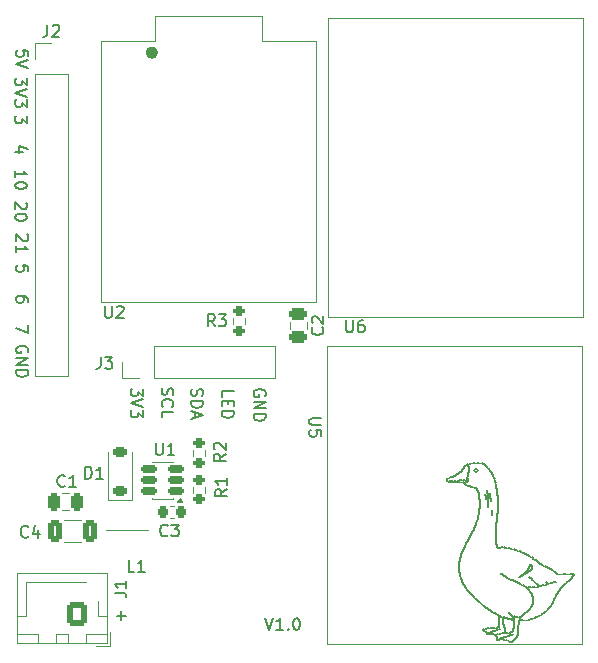
<source format=gto>
%TF.GenerationSoftware,KiCad,Pcbnew,9.0.7*%
%TF.CreationDate,2026-02-24T20:15:18+00:00*%
%TF.ProjectId,AD5M,4144354d-2e6b-4696-9361-645f70636258,rev?*%
%TF.SameCoordinates,Original*%
%TF.FileFunction,Legend,Top*%
%TF.FilePolarity,Positive*%
%FSLAX46Y46*%
G04 Gerber Fmt 4.6, Leading zero omitted, Abs format (unit mm)*
G04 Created by KiCad (PCBNEW 9.0.7) date 2026-02-24 20:15:18*
%MOMM*%
%LPD*%
G01*
G04 APERTURE LIST*
G04 Aperture macros list*
%AMRoundRect*
0 Rectangle with rounded corners*
0 $1 Rounding radius*
0 $2 $3 $4 $5 $6 $7 $8 $9 X,Y pos of 4 corners*
0 Add a 4 corners polygon primitive as box body*
4,1,4,$2,$3,$4,$5,$6,$7,$8,$9,$2,$3,0*
0 Add four circle primitives for the rounded corners*
1,1,$1+$1,$2,$3*
1,1,$1+$1,$4,$5*
1,1,$1+$1,$6,$7*
1,1,$1+$1,$8,$9*
0 Add four rect primitives between the rounded corners*
20,1,$1+$1,$2,$3,$4,$5,0*
20,1,$1+$1,$4,$5,$6,$7,0*
20,1,$1+$1,$6,$7,$8,$9,0*
20,1,$1+$1,$8,$9,$2,$3,0*%
G04 Aperture macros list end*
%ADD10C,0.153000*%
%ADD11C,0.200000*%
%ADD12C,0.120000*%
%ADD13C,0.100000*%
%ADD14C,0.550000*%
%ADD15R,1.700000X1.700000*%
%ADD16C,1.700000*%
%ADD17C,1.500000*%
%ADD18RoundRect,0.200000X0.275000X-0.200000X0.275000X0.200000X-0.275000X0.200000X-0.275000X-0.200000X0*%
%ADD19RoundRect,0.250000X0.600000X0.750000X-0.600000X0.750000X-0.600000X-0.750000X0.600000X-0.750000X0*%
%ADD20O,1.700000X2.000000*%
%ADD21RoundRect,0.225000X0.375000X-0.225000X0.375000X0.225000X-0.375000X0.225000X-0.375000X-0.225000X0*%
%ADD22RoundRect,0.250000X0.250000X0.475000X-0.250000X0.475000X-0.250000X-0.475000X0.250000X-0.475000X0*%
%ADD23RoundRect,0.250000X0.325000X0.650000X-0.325000X0.650000X-0.325000X-0.650000X0.325000X-0.650000X0*%
%ADD24RoundRect,0.250000X-0.475000X0.250000X-0.475000X-0.250000X0.475000X-0.250000X0.475000X0.250000X0*%
%ADD25R,3.700000X1.100000*%
%ADD26RoundRect,0.225000X0.225000X0.250000X-0.225000X0.250000X-0.225000X-0.250000X0.225000X-0.250000X0*%
%ADD27O,2.000000X1.300000*%
%ADD28RoundRect,0.150000X0.512500X0.150000X-0.512500X0.150000X-0.512500X-0.150000X0.512500X-0.150000X0*%
G04 APERTURE END LIST*
D10*
X171145895Y-94019663D02*
X171479228Y-95019663D01*
X171479228Y-95019663D02*
X171812561Y-94019663D01*
X172669704Y-95019663D02*
X172098276Y-95019663D01*
X172383990Y-95019663D02*
X172383990Y-94019663D01*
X172383990Y-94019663D02*
X172288752Y-94162520D01*
X172288752Y-94162520D02*
X172193514Y-94257758D01*
X172193514Y-94257758D02*
X172098276Y-94305377D01*
X173098276Y-94924424D02*
X173145895Y-94972044D01*
X173145895Y-94972044D02*
X173098276Y-95019663D01*
X173098276Y-95019663D02*
X173050657Y-94972044D01*
X173050657Y-94972044D02*
X173098276Y-94924424D01*
X173098276Y-94924424D02*
X173098276Y-95019663D01*
X173764942Y-94019663D02*
X173860180Y-94019663D01*
X173860180Y-94019663D02*
X173955418Y-94067282D01*
X173955418Y-94067282D02*
X174003037Y-94114901D01*
X174003037Y-94114901D02*
X174050656Y-94210139D01*
X174050656Y-94210139D02*
X174098275Y-94400615D01*
X174098275Y-94400615D02*
X174098275Y-94638710D01*
X174098275Y-94638710D02*
X174050656Y-94829186D01*
X174050656Y-94829186D02*
X174003037Y-94924424D01*
X174003037Y-94924424D02*
X173955418Y-94972044D01*
X173955418Y-94972044D02*
X173860180Y-95019663D01*
X173860180Y-95019663D02*
X173764942Y-95019663D01*
X173764942Y-95019663D02*
X173669704Y-94972044D01*
X173669704Y-94972044D02*
X173622085Y-94924424D01*
X173622085Y-94924424D02*
X173574466Y-94829186D01*
X173574466Y-94829186D02*
X173526847Y-94638710D01*
X173526847Y-94638710D02*
X173526847Y-94400615D01*
X173526847Y-94400615D02*
X173574466Y-94210139D01*
X173574466Y-94210139D02*
X173622085Y-94114901D01*
X173622085Y-94114901D02*
X173669704Y-94067282D01*
X173669704Y-94067282D02*
X173764942Y-94019663D01*
D11*
X193566336Y-89477332D02*
X193569153Y-89473567D01*
X193564810Y-89487651D02*
X193565183Y-89480703D01*
X193565376Y-89502102D02*
X193564909Y-89492925D01*
X193565377Y-89519022D02*
X193565618Y-89508603D01*
X193563026Y-89537139D02*
X193564856Y-89526147D01*
X193557937Y-89555898D02*
X193561380Y-89544558D01*
X193550753Y-89575313D02*
X193555311Y-89563550D01*
X193542537Y-89595686D02*
X193547549Y-89583295D01*
X193534157Y-89617322D02*
X193539173Y-89604136D01*
X193525840Y-89640322D02*
X193530832Y-89626320D01*
X193517223Y-89664568D02*
X193522478Y-89649848D01*
X193507642Y-89689810D02*
X193513584Y-89674535D01*
X193496436Y-89715752D02*
X193503440Y-89700100D01*
X193483231Y-89742146D02*
X193491463Y-89726255D01*
X193468069Y-89768842D02*
X193477444Y-89752785D01*
X193451272Y-89795795D02*
X193461569Y-89779584D01*
X193433250Y-89823058D02*
X193444221Y-89806647D01*
X193414305Y-89850776D02*
X193425799Y-89834064D01*
X193394454Y-89879175D02*
X193406514Y-89862016D01*
X193373358Y-89908534D02*
X193386235Y-89890756D01*
X193350466Y-89939117D02*
X193364510Y-89920568D01*
X193325201Y-89971104D02*
X193340751Y-89951695D01*
X193297148Y-90004510D02*
X193314415Y-89984260D01*
X193266239Y-90039116D02*
X193285200Y-90018198D01*
X193232899Y-90074417D02*
X193253221Y-90053176D01*
X193197989Y-90109673D02*
X193219100Y-90088581D01*
X193162622Y-90144037D02*
X193183832Y-90123610D01*
X193127961Y-90176680D02*
X193148577Y-90157403D01*
X193095017Y-90206924D02*
X193114468Y-90189174D01*
X193064454Y-90234374D02*
X193082409Y-90218336D01*
X193036412Y-90259024D02*
X193052871Y-90244638D01*
X193010494Y-90281255D02*
X193025770Y-90268242D01*
X192985893Y-90301724D02*
X193000521Y-90289656D01*
X192961542Y-90321238D02*
X192976192Y-90309616D01*
X192936258Y-90340633D02*
X192951648Y-90328960D01*
X192908894Y-90360648D02*
X192925696Y-90348503D01*
X192878515Y-90381822D02*
X192897243Y-90368918D01*
X192844623Y-90404398D02*
X192865497Y-90390639D01*
X192807378Y-90428241D02*
X192830187Y-90413771D01*
X192767832Y-90452749D02*
X192791796Y-90438004D01*
X192728149Y-90476767D02*
X192751787Y-90462530D01*
X192691710Y-90498562D02*
X192709888Y-90487705D01*
X192712824Y-90485952D01*
X192662631Y-90516067D02*
X192678692Y-90506348D01*
X192644914Y-90527306D02*
X192653600Y-90521621D01*
X192641549Y-90530833D02*
X192641274Y-90529940D01*
X192653643Y-90526164D02*
X192644085Y-90530180D01*
X192679866Y-90514051D02*
X192662187Y-90522343D01*
X192716905Y-90496232D02*
X192693333Y-90507638D01*
X192760371Y-90474957D02*
X192733637Y-90488083D01*
X192805733Y-90452504D02*
X192778517Y-90466011D01*
X192849252Y-90430686D02*
X192823613Y-90443590D01*
X192888835Y-90410409D02*
X192865741Y-90422324D01*
X192924259Y-90391574D02*
X192903584Y-90402697D01*
X192956657Y-90373382D02*
X192937561Y-90384271D01*
X192987889Y-90354708D02*
X192969189Y-90366063D01*
X193019908Y-90334475D02*
X193000459Y-90346910D01*
X193054135Y-90312020D02*
X193033208Y-90325846D01*
X193090974Y-90287376D02*
X193068492Y-90302462D01*
X193129871Y-90261198D02*
X193106288Y-90277073D01*
X193169667Y-90234514D02*
X193145746Y-90250525D01*
X193208970Y-90208451D02*
X193185555Y-90223923D01*
X193246520Y-90183967D02*
X193224322Y-90198369D01*
X193281565Y-90161589D02*
X193260936Y-90174688D01*
X193314128Y-90141217D02*
X193294933Y-90153169D01*
X193344896Y-90122213D02*
X193326640Y-90133467D01*
X193374920Y-90103642D02*
X193356942Y-90114787D01*
X193405280Y-90084527D02*
X193386948Y-90096139D01*
X193436769Y-90064095D02*
X193417673Y-90076589D01*
X193469586Y-90042015D02*
X193449709Y-90055512D01*
X193503274Y-90018460D02*
X193482982Y-90032787D01*
X193536915Y-89993958D02*
X193516809Y-90008757D01*
X193569397Y-89969212D02*
X193550158Y-89984047D01*
X193599662Y-89944917D02*
X193581898Y-89959385D01*
X193626962Y-89921575D02*
X193611058Y-89935416D01*
X193651057Y-89899357D02*
X193637077Y-89912521D01*
X193672163Y-89878121D02*
X193659921Y-89890733D01*
X193690757Y-89857535D02*
X193679940Y-89869815D01*
X193707372Y-89837204D02*
X193697667Y-89849391D01*
X193722393Y-89816792D02*
X193713604Y-89829068D01*
X193735902Y-89796123D02*
X193728030Y-89808568D01*
X193747690Y-89775184D02*
X193740897Y-89787785D01*
X193757366Y-89754067D02*
X193751907Y-89766755D01*
X193764469Y-89732920D02*
X193760624Y-89745602D01*
X193768571Y-89711891D02*
X193766584Y-89724481D01*
X193769377Y-89691107D02*
X193769401Y-89703533D01*
X193766785Y-89670685D02*
X193768848Y-89682876D01*
X193760951Y-89650758D02*
X193764916Y-89662630D01*
X193752348Y-89631493D02*
X193757881Y-89642940D01*
X193741753Y-89613096D02*
X193748350Y-89623990D01*
X193730045Y-89595746D02*
X193737182Y-89605990D01*
X193717923Y-89579518D02*
X193725225Y-89589088D01*
X193705626Y-89564291D02*
X193713040Y-89573294D01*
X193692722Y-89549704D02*
X193700607Y-89558392D01*
X193678322Y-89535283D02*
X193687251Y-89543940D01*
X193661604Y-89520719D02*
X193672021Y-89529487D01*
X193642378Y-89506154D02*
X193654264Y-89514859D01*
X193621604Y-89492449D02*
X193634186Y-89500456D01*
X193601409Y-89481156D02*
X193613269Y-89487451D01*
X193584338Y-89474055D02*
X193593949Y-89477573D01*
X193572433Y-89472593D02*
X193578706Y-89472554D01*
X190356131Y-85290055D02*
X190355120Y-85309985D01*
X190357857Y-85255400D02*
X190356812Y-85276485D01*
X190359643Y-85218720D02*
X190358562Y-85241041D01*
X190361494Y-85179852D02*
X190360373Y-85203512D01*
X190363414Y-85138645D02*
X190362251Y-85163728D01*
X190365404Y-85095038D02*
X190364199Y-85121561D01*
X190367464Y-85049110D02*
X190366218Y-85077005D01*
X190369587Y-85001025D02*
X190368304Y-85030188D01*
X190371769Y-84950949D02*
X190370451Y-84981283D01*
X190374006Y-84899003D02*
X190372655Y-84930446D01*
X189864946Y-83908971D02*
X189864594Y-83925664D01*
X189864667Y-83881223D02*
X189865008Y-83897857D01*
X189863219Y-83853568D02*
X189864264Y-83870148D01*
X189860591Y-83825983D02*
X189862345Y-83842526D01*
X189856799Y-83798419D02*
X189859246Y-83814958D01*
X189851909Y-83770794D02*
X189855001Y-83787385D01*
X189846051Y-83742988D02*
X189849701Y-83759708D01*
X189839398Y-83714855D02*
X189843496Y-83731794D01*
X189832144Y-83686242D02*
X189836574Y-83703491D01*
X189824472Y-83657011D02*
X189829126Y-83674650D01*
X189816538Y-83627061D02*
X189821329Y-83645144D01*
X189808448Y-83596336D02*
X189813319Y-83614889D01*
X189800269Y-83564821D02*
X189805186Y-83583849D01*
X189792035Y-83532519D02*
X189796982Y-83552017D01*
X189783760Y-83499443D02*
X189788731Y-83519404D01*
X190254767Y-84104486D02*
X190258016Y-84135917D01*
X190249690Y-84055573D02*
X190252668Y-84084225D01*
X190245055Y-84011264D02*
X190247771Y-84037165D01*
X190240827Y-83971352D02*
X190243306Y-83994664D01*
X190236923Y-83935279D02*
X190239225Y-83956401D01*
X190233190Y-83901964D02*
X190235417Y-83921635D01*
X190229395Y-83869724D02*
X190231699Y-83889037D01*
X190225257Y-83836485D02*
X190227811Y-83856724D01*
X190220480Y-83800075D02*
X190223461Y-83822538D01*
X190214800Y-83758527D02*
X190218359Y-83784343D01*
X190208024Y-83710376D02*
X190212263Y-83740329D01*
X190200046Y-83654798D02*
X190205017Y-83689292D01*
X190190831Y-83591461D02*
X190196547Y-83630636D01*
X190180380Y-83520325D02*
X190186835Y-83564172D01*
X190168708Y-83441471D02*
X190175893Y-83489935D01*
X190014222Y-84618882D02*
X190008988Y-84652933D01*
X190021964Y-84562935D02*
X190017515Y-84596344D01*
X190028388Y-84507988D02*
X190024732Y-84540815D01*
X190033479Y-84453836D02*
X190030625Y-84486228D01*
X190037222Y-84400070D02*
X190035179Y-84432309D01*
X190039610Y-84346010D02*
X190038381Y-84378547D01*
X190040645Y-84290720D02*
X190040225Y-84324147D01*
X190040360Y-84233198D02*
X190040725Y-84268109D01*
X190038833Y-84172619D02*
X190039928Y-84209467D01*
X190036206Y-84108586D02*
X190037935Y-84147529D01*
X190032703Y-84041360D02*
X190034918Y-84082128D01*
X190028617Y-83971924D02*
X190031135Y-84013830D01*
X190024252Y-83901716D02*
X190026895Y-83943852D01*
X190019843Y-83832291D02*
X190022483Y-83873729D01*
X190015488Y-83764973D02*
X190018094Y-83804976D01*
X190011068Y-83700523D02*
X190013747Y-83738741D01*
X190006217Y-83638940D02*
X190009225Y-83675487D01*
X190000387Y-83579600D02*
X190004073Y-83614927D01*
X189992944Y-83521509D02*
X189997695Y-83556250D01*
X189983269Y-83463557D02*
X189989447Y-83498379D01*
X189970854Y-83404764D02*
X189978742Y-83440221D01*
X189955364Y-83344451D02*
X189965135Y-83380901D01*
X189936617Y-83282215D02*
X189948361Y-83319863D01*
X189914539Y-83217862D02*
X189928288Y-83256798D01*
X189889114Y-83151326D02*
X189904871Y-83191576D01*
X186849365Y-82424828D02*
X186731283Y-82433622D01*
X187030582Y-82411354D02*
X186924974Y-82419202D01*
X187190950Y-82399457D02*
X187097857Y-82406359D01*
X187330612Y-82389115D02*
X187249897Y-82395090D01*
X187450202Y-82380257D02*
X187381391Y-82385356D01*
X187551140Y-82372738D02*
X187493244Y-82377062D01*
X187635939Y-82366312D02*
X187587263Y-82370025D01*
X187708396Y-82360615D02*
X187666479Y-82363951D01*
X187773134Y-82355219D02*
X187735130Y-82358441D01*
X187834749Y-82349716D02*
X187797965Y-82353058D01*
X187896915Y-82343819D02*
X187859343Y-82347429D01*
X187961496Y-82337450D02*
X187922349Y-82341337D01*
X188027975Y-82330805D02*
X187987922Y-82334811D01*
X188093877Y-82324293D02*
X188054640Y-82328147D01*
X188155654Y-82318435D02*
X188119461Y-82321816D01*
X188209590Y-82313747D02*
X188178637Y-82316352D01*
X188252669Y-82310643D02*
X188228607Y-82312247D01*
X188283082Y-82309365D02*
X188266812Y-82309847D01*
X188300015Y-82310022D02*
X188291904Y-82309334D01*
X188303251Y-82312644D02*
X188303366Y-82310776D01*
X188311219Y-81034511D02*
X188298356Y-81020003D01*
X188331018Y-81059727D02*
X188319466Y-81044391D01*
X188348633Y-81086286D02*
X188338391Y-81070153D01*
X188364073Y-81114091D02*
X188355134Y-81097231D01*
X188377357Y-81142945D02*
X188369708Y-81125492D01*
X188388522Y-81172528D02*
X188382138Y-81154696D01*
X188397625Y-81202381D02*
X188392468Y-81184464D01*
X188404746Y-81231967D02*
X188400764Y-81214291D01*
X188409997Y-81260791D02*
X188407118Y-81243639D01*
X188413526Y-81288515D02*
X188411656Y-81272059D01*
X188415516Y-81315077D02*
X188414539Y-81299305D01*
X188416195Y-81340782D02*
X188415968Y-81325453D01*
X188415805Y-81366248D02*
X188416183Y-81350955D01*
X188414568Y-81392231D02*
X188415425Y-81376513D01*
X188412638Y-81419434D02*
X188413893Y-81402888D01*
X188410063Y-81448324D02*
X188411707Y-81430720D01*
X188406750Y-81478975D02*
X188408859Y-81460331D01*
X188402498Y-81511088D02*
X188405206Y-81491631D01*
X188397071Y-81544144D02*
X188400518Y-81524208D01*
X188390278Y-81577570D02*
X188394568Y-81557496D01*
X188382055Y-81610898D02*
X188387201Y-81590939D01*
X188372534Y-81643923D02*
X188378424Y-81624155D01*
X188362056Y-81676741D02*
X188368458Y-81657065D01*
X188351092Y-81709653D02*
X188357709Y-81689868D01*
X188340158Y-81743030D02*
X188346680Y-81722909D01*
X188329720Y-81777191D02*
X188335881Y-81756560D01*
X188320111Y-81812277D02*
X188325738Y-81791087D01*
X188311468Y-81848162D02*
X188316506Y-81826529D01*
X188303774Y-81884497D02*
X188308253Y-81862658D01*
X188296937Y-81920793D02*
X188300918Y-81899056D01*
X188290869Y-81956520D02*
X188294399Y-81935204D01*
X188285565Y-81991196D02*
X188288628Y-81970576D01*
X188281175Y-82024469D02*
X188283655Y-82004732D01*
X188277996Y-82056151D02*
X188279699Y-82037388D01*
X188276370Y-82086169D02*
X188277091Y-82068410D01*
X188276563Y-82114514D02*
X188276161Y-82097757D01*
X188278659Y-82141193D02*
X188277121Y-82125436D01*
X188282438Y-82166170D02*
X188279945Y-82151443D01*
X188287366Y-82189368D02*
X188284282Y-82175722D01*
X188292708Y-82210718D02*
X188289493Y-82198187D01*
X188297693Y-82230236D02*
X188294804Y-82218794D01*
X188301669Y-82248098D02*
X188299470Y-82237610D01*
X188304245Y-82264697D02*
X188302924Y-82254892D01*
X188305309Y-82280620D02*
X188304896Y-82271124D01*
X188304926Y-82296523D02*
X188305366Y-82286941D01*
X188303202Y-82312998D02*
X188304431Y-82302993D01*
X188300169Y-82330436D02*
X188302189Y-82319813D01*
X188295703Y-82348943D02*
X188298611Y-82337682D01*
X188289569Y-82368360D02*
X188293517Y-82356592D01*
X188281508Y-82388327D02*
X188286650Y-82376294D01*
X188271327Y-82408351D02*
X188277762Y-82396364D01*
X188258978Y-82427872D02*
X188266709Y-82416274D01*
X188244588Y-82446325D02*
X188253515Y-82435450D01*
X188228401Y-82463204D02*
X188238363Y-82453342D01*
X188210725Y-82478126D02*
X188221533Y-82469485D01*
X188191861Y-82490895D02*
X188203339Y-82483561D01*
X188172056Y-82501551D02*
X188184067Y-82495463D01*
X188151479Y-82510347D02*
X188163933Y-82505325D01*
X188130238Y-82517674D02*
X188143077Y-82513469D01*
X188108393Y-82523968D02*
X188121587Y-82520317D01*
X188085979Y-82529628D02*
X188099511Y-82526304D01*
X188063017Y-82534947D02*
X188076876Y-82531792D01*
X188039518Y-82540103D02*
X188053697Y-82537026D01*
X188015490Y-82545190D02*
X188029986Y-82542145D01*
X187990935Y-82550243D02*
X188005747Y-82547215D01*
X189147238Y-81527346D02*
G75*
G02*
X188839664Y-81527346I-153787J0D01*
G01*
X188839664Y-81527346D02*
G75*
G02*
X189147238Y-81527346I153787J0D01*
G01*
X194920778Y-90951977D02*
X194890573Y-90932959D01*
X194971119Y-90983673D02*
X194940914Y-90964655D01*
X195021460Y-91015369D02*
X194991255Y-90996352D01*
X195071801Y-91047066D02*
X195041596Y-91028048D01*
X195122142Y-91078762D02*
X195091937Y-91059744D01*
X193563982Y-90593568D02*
X193465699Y-90511007D01*
X193712595Y-90718631D02*
X193626479Y-90646112D01*
X193840656Y-90826722D02*
X193766926Y-90764434D01*
X193947923Y-90917604D02*
X193886687Y-90865663D01*
X194034594Y-90991376D02*
X193985642Y-90949653D01*
X194101711Y-91048785D02*
X194064262Y-91016711D01*
X194151619Y-91091600D02*
X194124040Y-91067936D01*
X194188173Y-91122777D02*
X194167939Y-91105582D01*
X194216218Y-91146056D02*
X194200326Y-91133009D01*
X194240807Y-91165351D02*
X194226246Y-91154118D01*
X194266426Y-91184153D02*
X194250642Y-91172744D01*
X194296310Y-91204999D02*
X194277580Y-91192058D01*
X194332299Y-91229356D02*
X194309711Y-91214151D01*
X194375218Y-91257904D02*
X194348400Y-91240123D01*
X194425291Y-91290847D02*
X194394172Y-91270419D01*
X195752684Y-90986673D02*
X195779744Y-90987256D01*
X195708272Y-90986373D02*
X195734783Y-90986419D01*
X195664708Y-90986974D02*
X195690728Y-90986477D01*
X195621787Y-90988492D02*
X195647462Y-90987442D01*
X195579120Y-90990956D02*
X195604717Y-90989334D01*
X195536070Y-90994410D02*
X195562009Y-90992186D01*
X195491816Y-90998919D02*
X195518606Y-90996051D01*
X195445573Y-91004568D02*
X195473661Y-91001000D01*
X195396871Y-91011474D02*
X195426475Y-91007133D01*
X195345817Y-91019781D02*
X195376767Y-91014576D01*
X195293328Y-91029666D02*
X195324944Y-91023486D01*
X195241049Y-91041298D02*
X195272257Y-91034047D01*
X195190934Y-91054767D02*
X195220549Y-91046409D01*
X195144764Y-91069998D02*
X195171773Y-91060607D01*
X195103675Y-91086674D02*
X195127527Y-91076484D01*
X195067724Y-91104168D02*
X195088565Y-91093601D01*
X195035823Y-91121615D02*
X195054465Y-91111215D01*
X195006050Y-91138126D02*
X195023745Y-91128414D01*
X194976021Y-91153024D02*
X194994244Y-91144359D01*
X194943259Y-91166076D02*
X194963485Y-91158515D01*
X194905546Y-91177623D02*
X194929047Y-91170878D01*
X194861220Y-91188429D02*
X194888891Y-91181996D01*
X194809454Y-91199414D02*
X194841647Y-91192735D01*
X194750535Y-91211384D02*
X194786891Y-91204011D01*
X194686129Y-91224773D02*
X194725430Y-91216517D01*
X194619221Y-91239512D02*
X194659506Y-91230487D01*
X194553470Y-91255159D02*
X194592497Y-91245674D01*
X194492397Y-91271091D02*
X194528129Y-91261533D01*
X194438570Y-91286700D02*
X194469663Y-91277418D01*
X194392785Y-91301595D02*
X194419083Y-91292779D01*
X194353484Y-91315742D02*
X194376281Y-91307354D01*
X194317174Y-91329417D02*
X194338791Y-91321258D01*
X194279519Y-91343008D02*
X194302607Y-91334841D01*
X194236477Y-91356812D02*
X194263341Y-91348486D01*
X194185423Y-91370842D02*
X194217354Y-91362405D01*
X194125839Y-91384711D02*
X194162827Y-91376453D01*
X194059009Y-91397734D02*
X194100056Y-91390100D01*
X193987361Y-91409096D02*
X194030884Y-91402583D01*
X193913796Y-91418028D02*
X193958027Y-91413079D01*
X193841022Y-91423977D02*
X193884411Y-91420879D01*
X193770948Y-91426764D02*
X193812499Y-91425562D01*
X193704484Y-91426603D02*
X193743794Y-91427115D01*
X193641747Y-91423995D02*
X193678845Y-91425886D01*
X193582329Y-91419601D02*
X193617523Y-91422459D01*
X193525556Y-91414114D02*
X193559271Y-91417526D01*
X193470748Y-91408137D02*
X193503378Y-91411762D01*
X193417403Y-91402097D02*
X193449216Y-91405709D01*
X193365213Y-91396257D02*
X193396368Y-91399719D01*
X193314017Y-91390749D02*
X193344592Y-91393998D01*
X193263751Y-91385626D02*
X193293773Y-91388641D01*
X191310923Y-93976457D02*
X191309608Y-93956799D01*
X191312931Y-94010820D02*
X191311763Y-93989883D01*
X191314689Y-94047286D02*
X191313672Y-94025095D01*
X191316191Y-94085766D02*
X191315329Y-94062385D01*
X191317423Y-94126077D02*
X191316726Y-94101632D01*
X191318365Y-94167911D02*
X191317845Y-94142608D01*
X191318994Y-94210825D02*
X191318665Y-94184949D01*
X191319310Y-94254277D02*
X191319166Y-94228163D01*
X191319367Y-94297702D02*
X191319365Y-94271688D01*
X191319308Y-94340576D02*
X191319347Y-94314966D01*
X191319394Y-94382490D02*
X191319297Y-94357507D01*
X191320033Y-94423206D02*
X191319535Y-94398965D01*
X191321731Y-94462661D02*
X191320518Y-94439175D01*
X191325006Y-94500934D02*
X191322772Y-94478139D01*
X191330292Y-94538198D02*
X191326795Y-94515977D01*
X191337845Y-94574685D02*
X191332965Y-94552893D01*
X191347658Y-94610644D02*
X191341443Y-94589131D01*
X191359445Y-94646320D02*
X191352105Y-94624940D01*
X191372701Y-94681949D02*
X191364567Y-94660563D01*
X191386771Y-94717757D02*
X191383894Y-94710487D01*
X191378255Y-94696231D01*
X191400912Y-94753950D02*
X191392468Y-94732163D01*
X191414365Y-94790716D02*
X191406447Y-94768559D01*
X191426415Y-94828198D02*
X191419440Y-94805595D01*
X191436456Y-94866448D02*
X191430768Y-94843384D01*
X191444046Y-94905378D02*
X191439881Y-94881931D01*
X191448976Y-94944705D02*
X191446421Y-94921076D01*
X191451322Y-94983912D02*
X191450286Y-94960450D01*
X191451443Y-95022255D02*
X191451672Y-94999433D01*
X191449873Y-95058896D02*
X191451030Y-95037222D01*
X191447187Y-95093053D02*
X191448929Y-95072978D01*
X191443871Y-95124148D02*
X191445930Y-95105977D01*
X191440188Y-95151959D02*
X191442446Y-95135764D01*
X191436120Y-95176676D02*
X191438629Y-95162284D01*
X191431432Y-95198793D02*
X191434359Y-95185872D01*
X191425777Y-95218958D02*
X191429340Y-95207107D01*
X191418791Y-95237813D02*
X191423204Y-95226657D01*
X191410193Y-95255861D02*
X191415609Y-95245127D01*
X191399809Y-95273415D02*
X191406315Y-95262942D01*
X191387553Y-95290638D02*
X191395190Y-95280348D01*
X191373397Y-95307594D02*
X191382176Y-95297459D01*
X190934356Y-93793284D02*
X190904173Y-93776590D01*
X190986333Y-93820093D02*
X190954809Y-93804210D01*
X191040619Y-93845570D02*
X191007692Y-93830481D01*
X191097401Y-93869792D02*
X191062941Y-93855439D01*
X191156995Y-93892928D02*
X191120789Y-93879193D01*
X191219884Y-93915281D02*
X191181618Y-93901960D01*
X191286676Y-93937280D02*
X191245973Y-93924102D01*
X191357937Y-93959394D02*
X191314479Y-93946079D01*
X191433985Y-93982014D02*
X191387631Y-93968345D01*
X191514673Y-94005347D02*
X191465596Y-93991237D01*
X191599174Y-94029295D02*
X191547986Y-94014854D01*
X191685896Y-94053410D02*
X191633661Y-94038958D01*
X191772695Y-94076974D02*
X191720760Y-94062972D01*
X191857183Y-94099138D02*
X191806997Y-94086108D01*
X191937045Y-94119049D02*
X191889967Y-94107494D01*
X192010346Y-94135985D02*
X191967457Y-94126310D01*
X192075777Y-94149459D02*
X192037761Y-94141917D01*
X192132638Y-94159215D02*
X192099836Y-94153930D01*
X192180646Y-94165156D02*
X192153177Y-94162166D01*
X192219754Y-94167269D02*
X192197623Y-94166574D01*
X189922710Y-95322074D02*
X189907279Y-95327912D01*
X189951173Y-95311259D02*
X189933546Y-95317965D01*
X189983292Y-95299002D02*
X189963473Y-95306572D01*
X190019026Y-95285323D02*
X189997049Y-95293741D01*
X190058255Y-95270278D02*
X190034206Y-95279504D01*
X190100745Y-95253975D02*
X190074782Y-95263936D01*
X190146145Y-95236572D02*
X190118495Y-95247167D01*
X190194038Y-95218262D02*
X190164957Y-95229371D01*
X190243996Y-95199245D02*
X190213739Y-95210748D01*
X190295636Y-95179708D02*
X190264422Y-95191496D01*
X190348673Y-95159804D02*
X190316655Y-95171793D01*
X190402929Y-95139642D02*
X190370201Y-95151772D01*
X190458272Y-95119305D02*
X190424912Y-95131529D01*
X190514533Y-95098867D02*
X190480653Y-95111140D01*
X190571430Y-95078420D02*
X190537221Y-95090683D01*
X190628488Y-95058086D02*
X190594270Y-95070259D01*
X190685001Y-95038036D02*
X190651230Y-95050010D01*
X190740095Y-95018471D02*
X190707313Y-95030123D01*
X190792838Y-94999604D02*
X190761607Y-95010806D01*
X190842341Y-94981634D02*
X190813180Y-94992270D01*
X190887870Y-94964724D02*
X190861189Y-94974702D01*
X190928929Y-94948983D02*
X190904988Y-94958247D01*
X190965245Y-94934469D02*
X190944178Y-94942991D01*
X190996705Y-94921206D02*
X190978561Y-94928975D01*
X191023287Y-94909197D02*
X191008069Y-94916214D01*
X192133134Y-95343746D02*
X192149835Y-95330490D01*
X192102792Y-95365225D02*
X192121497Y-95352461D01*
X192069188Y-95385876D02*
X192089829Y-95373610D01*
X192032569Y-95405682D02*
X192054968Y-95393926D01*
X191993436Y-95424620D02*
X192017248Y-95413390D01*
X191952625Y-95442654D02*
X191977295Y-95431971D01*
X191911236Y-95459755D02*
X191936079Y-95449635D01*
X191870317Y-95475941D02*
X191894739Y-95466363D01*
X191830487Y-95491317D02*
X191854206Y-95482201D01*
X191791551Y-95506126D02*
X191814832Y-95497303D01*
X191752163Y-95520786D02*
X191775999Y-95511977D01*
X191709932Y-95535859D02*
X191735881Y-95526713D01*
X191662106Y-95551926D02*
X191691819Y-95542101D01*
X191606353Y-95569444D02*
X191641114Y-95558693D01*
X191541555Y-95588603D02*
X191581799Y-95576862D01*
X191468553Y-95609195D02*
X191513445Y-95596656D01*
X191390266Y-95630599D02*
X191437773Y-95617688D01*
X191310951Y-95651940D02*
X191358382Y-95639208D01*
X191235285Y-95672286D02*
X191279833Y-95660288D01*
X191167436Y-95690837D02*
X191206735Y-95680020D01*
X191110146Y-95707124D02*
X191142831Y-95697706D01*
X191063937Y-95721170D02*
X191090055Y-95713057D01*
X191027148Y-95733479D02*
X191047984Y-95726306D01*
X190996696Y-95744858D02*
X191014255Y-95738109D01*
X190968910Y-95756228D02*
X190985428Y-95749347D01*
X190940364Y-95768431D02*
X190957805Y-95760936D01*
X190908545Y-95782078D02*
X190928255Y-95773642D01*
X190871939Y-95797536D02*
X190894690Y-95787973D01*
X190829783Y-95814987D02*
X190855938Y-95804211D01*
X190781802Y-95834493D02*
X190811471Y-95822479D01*
X190593628Y-95359327D02*
X190574762Y-95360772D01*
X190638140Y-95355660D02*
X190609367Y-95358064D01*
X190687501Y-95351421D02*
X190658221Y-95353957D01*
X190727284Y-95347886D02*
X190705637Y-95349831D01*
X190751647Y-95345606D02*
X190739131Y-95346801D01*
X190769984Y-95343827D02*
X190758846Y-95344904D01*
X190796169Y-95341441D02*
X190778623Y-95343013D01*
X190835696Y-95338095D02*
X190809928Y-95340243D01*
X190887248Y-95334025D02*
X190854775Y-95336545D01*
X190945673Y-95329777D02*
X190910006Y-95332311D01*
X191004932Y-95325917D02*
X190969616Y-95328143D01*
X191060440Y-95322816D02*
X191027926Y-95324548D01*
X191109618Y-95320602D02*
X191081162Y-95321797D01*
X191151646Y-95319202D02*
X191127498Y-95319931D01*
X191187169Y-95318388D02*
X191166740Y-95318809D01*
X191218014Y-95317813D02*
X191200049Y-95318148D01*
X191246893Y-95317064D02*
X191229655Y-95317569D01*
X191276998Y-95315703D02*
X191258532Y-95316640D01*
X191311496Y-95313329D02*
X191289942Y-95314930D01*
X191352993Y-95309634D02*
X191326905Y-95312065D01*
X191403004Y-95304458D02*
X191371674Y-95307789D01*
X191461501Y-95297843D02*
X191425194Y-95302018D01*
X191526932Y-95290012D02*
X191486784Y-95294873D01*
X191596661Y-95281302D02*
X191554383Y-95286635D01*
X191667456Y-95272092D02*
X191625045Y-95277669D01*
X191735977Y-95262722D02*
X191695421Y-95268349D01*
X191799259Y-95253421D02*
X191762247Y-95258982D01*
X191855198Y-95244231D02*
X191822833Y-95249734D01*
X191902857Y-95234987D02*
X191875524Y-95240559D01*
X191942314Y-95225411D02*
X191919834Y-95231226D01*
X191974343Y-95215266D02*
X191956170Y-95221449D01*
X192000078Y-95204509D02*
X191985499Y-95211047D01*
X192020688Y-95193442D02*
X192009020Y-95200092D01*
X192037114Y-95182763D02*
X192027833Y-95189055D01*
X192050089Y-95173283D02*
X192042777Y-95178745D01*
X192060294Y-95165428D02*
X192054538Y-95169894D01*
X192068535Y-95158749D02*
X192063822Y-95162655D01*
X192075851Y-95151600D02*
X192071523Y-95156111D01*
X192083390Y-95141501D02*
X192078759Y-95148182D01*
X192092146Y-95125905D02*
X192086656Y-95136240D01*
X192102688Y-95102995D02*
X192096080Y-95117914D01*
X192114987Y-95072228D02*
X192107367Y-95091855D01*
X192128520Y-95034217D02*
X192120263Y-95058036D01*
X192142500Y-94990316D02*
X192134103Y-95017432D01*
X192156094Y-94942203D02*
X192148046Y-94971589D01*
X192168661Y-94891453D02*
X192161305Y-94922208D01*
X192179918Y-94839202D02*
X192173365Y-94870721D01*
X192189916Y-94786122D02*
X192184093Y-94818065D01*
X192198909Y-94732547D02*
X192193643Y-94764753D01*
X192207214Y-94678618D02*
X192202314Y-94711023D01*
X192215073Y-94624427D02*
X192210415Y-94656974D01*
X192222519Y-94570154D02*
X192218123Y-94602712D01*
X192229291Y-94516177D02*
X192225357Y-94548486D01*
X192234911Y-94463066D02*
X192231748Y-94494758D01*
X192238836Y-94411546D02*
X192236770Y-94442167D01*
X192240611Y-94362439D02*
X192239892Y-94391484D01*
X192240022Y-94316620D02*
X192240732Y-94343559D01*
X192237240Y-94274962D02*
X192239209Y-94299276D01*
X192232862Y-94238243D02*
X192235676Y-94259490D01*
X192227721Y-94206949D02*
X192230861Y-94224895D01*
X192222642Y-94181067D02*
X192225631Y-94195809D01*
X192218193Y-94159860D02*
X192220747Y-94171965D01*
X192214454Y-94141692D02*
X192216607Y-94152280D01*
X192210993Y-94124179D02*
X192213071Y-94134762D01*
X192207097Y-94104787D02*
X192209552Y-94116863D01*
X192202049Y-94081495D02*
X192205292Y-94096153D01*
X192195394Y-94053445D02*
X192199643Y-94070991D01*
X192187080Y-94021199D02*
X192192307Y-94041091D01*
X192177370Y-93986383D02*
X192183379Y-94007522D01*
X192166707Y-93951169D02*
X192173215Y-93972204D01*
X192155575Y-93917764D02*
X192162295Y-93937401D01*
X192144367Y-93887916D02*
X192151082Y-93905199D01*
X192133333Y-93862725D02*
X192139916Y-93877091D01*
X192122602Y-93842756D02*
X192128990Y-93853931D01*
X192112224Y-93828225D02*
X192118397Y-93836122D01*
X191831233Y-93558142D02*
X191818284Y-93540330D01*
X191851796Y-93585215D02*
X191839661Y-93569492D01*
X191871037Y-93608877D02*
X191859686Y-93595182D01*
X191889062Y-93629343D02*
X191878419Y-93617521D01*
X191906078Y-93647044D02*
X191896001Y-93636800D01*
X191922431Y-93662700D02*
X191912690Y-93653553D01*
X191938615Y-93677329D02*
X191928893Y-93668629D01*
X191955216Y-93692090D02*
X191945153Y-93683138D01*
X191972818Y-93708039D02*
X191962069Y-93698231D01*
X191991918Y-93725884D02*
X191980205Y-93714864D01*
X192012836Y-93745760D02*
X191999999Y-93733548D01*
X192035673Y-93767136D02*
X192021684Y-93754142D01*
X192060349Y-93789016D02*
X192045278Y-93775890D01*
X192086667Y-93810212D02*
X192070646Y-93797677D01*
X192114376Y-93829619D02*
X192097559Y-93818307D01*
X192143233Y-93846487D02*
X192125762Y-93836778D01*
X192173038Y-93860577D02*
X192155025Y-93852538D01*
X192203615Y-93872078D02*
X192185165Y-93865542D01*
X192234777Y-93881435D02*
X192216006Y-93876107D01*
X192266286Y-93889182D02*
X192247347Y-93884741D01*
X192297816Y-93895773D02*
X192278921Y-93891969D01*
X192328950Y-93901460D02*
X192310359Y-93898175D01*
X192359260Y-93906303D02*
X192341223Y-93903525D01*
X192388430Y-93910235D02*
X192371113Y-93908020D01*
X192416378Y-93913132D02*
X192399786Y-93911558D01*
X192443380Y-93914877D02*
X192427287Y-93914009D01*
X192470117Y-93915409D02*
X192454057Y-93915273D01*
X192497523Y-93914738D02*
X192480914Y-93915319D01*
X192526528Y-93912921D02*
X192508829Y-93914177D01*
X192557803Y-93910057D02*
X192538668Y-93911925D01*
X192591505Y-93906264D02*
X192570934Y-93908670D01*
X192627120Y-93901673D02*
X192605522Y-93904538D01*
X192663583Y-93896415D02*
X192641665Y-93899661D01*
X192699507Y-93890615D02*
X192678132Y-93894168D01*
X192733431Y-93884385D02*
X192713472Y-93888181D01*
X192764050Y-93877817D02*
X192746249Y-93881804D01*
X192790417Y-93870976D02*
X192775282Y-93875118D01*
X192811963Y-93863902D02*
X192799785Y-93868179D01*
X192828404Y-93856616D02*
X192819316Y-93861018D01*
X192839639Y-93849128D02*
X192833681Y-93853651D01*
X191094121Y-90189983D02*
X191082633Y-90175614D01*
X191114299Y-90213432D02*
X191101983Y-90199459D01*
X191135982Y-90236332D02*
X191122731Y-90222661D01*
X191159527Y-90258996D02*
X191145085Y-90245403D01*
X191185621Y-90282024D02*
X191169523Y-90268100D01*
X191215269Y-90306300D02*
X191196872Y-90291482D01*
X191249570Y-90332792D02*
X191228223Y-90316504D01*
X191289404Y-90362285D02*
X191264630Y-90344100D01*
X191335129Y-90395117D02*
X191306814Y-90374918D01*
X191386332Y-90430962D02*
X191354846Y-90409050D01*
X191441897Y-90468885D02*
X191407997Y-90445899D01*
X191500312Y-90507591D02*
X191464943Y-90484343D01*
X191559996Y-90545698D02*
X191524096Y-90523013D01*
X191619622Y-90582006D02*
X191583926Y-90560558D01*
X191678448Y-90615771D02*
X191643292Y-90595920D01*
X191736523Y-90646881D02*
X191701759Y-90628597D01*
X191794537Y-90675780D02*
X191759675Y-90658727D01*
X191853492Y-90703249D02*
X191817907Y-90686923D01*
X191914367Y-90730179D02*
X191877498Y-90714043D01*
X191977773Y-90757356D02*
X191939331Y-90740971D01*
X192043633Y-90785236D02*
X192016299Y-90773678D01*
X192003786Y-90768388D01*
X192111056Y-90813842D02*
X192070453Y-90796582D01*
X192178600Y-90842873D02*
X192138163Y-90825420D01*
X192244661Y-90871864D02*
X192205351Y-90854508D01*
X192307850Y-90900362D02*
X192270443Y-90883363D01*
X192367383Y-90928093D02*
X192332232Y-90911577D01*
X192423448Y-90955123D02*
X192390273Y-90938989D01*
X192477322Y-90981918D02*
X192445208Y-90965833D01*
X192530981Y-91009185D02*
X192498673Y-90992703D01*
X192586560Y-91037651D02*
X192552789Y-91020347D01*
X192645815Y-91067845D02*
X192609621Y-91049447D01*
X192709577Y-91099873D02*
X192670637Y-91080395D01*
X192777300Y-91133244D02*
X192736162Y-91113076D01*
X192847145Y-91166940D02*
X192805079Y-91146755D01*
X192916502Y-91199708D02*
X192875149Y-91180272D01*
X192982573Y-91230369D02*
X192943603Y-91212357D01*
X193042953Y-91258133D02*
X193007711Y-91241940D01*
X193096202Y-91282909D02*
X193065366Y-91268463D01*
X193142355Y-91305568D02*
X193115666Y-91292195D01*
X193182852Y-91327816D02*
X193159267Y-91314395D01*
X193219905Y-91351690D02*
X193198032Y-91336988D01*
X193255777Y-91378988D02*
X193234295Y-91361998D01*
X193292066Y-91410708D02*
X193270166Y-91390990D01*
X193329165Y-91446635D02*
X193306805Y-91424507D01*
X193366382Y-91485520D02*
X193344108Y-91461855D01*
X193402473Y-91525610D02*
X193381077Y-91501497D01*
X193436197Y-91565205D02*
X193416387Y-91541620D01*
X193466870Y-91603211D02*
X193448935Y-91580682D01*
X193494762Y-91639541D02*
X193478391Y-91617963D01*
X193520923Y-91674962D02*
X193505398Y-91653773D01*
X193546710Y-91710648D02*
X193531204Y-91689115D01*
X193573287Y-91747711D02*
X193557164Y-91725207D01*
X193601147Y-91786752D02*
X193584239Y-91763018D01*
X193629917Y-91827676D02*
X193612572Y-91802867D01*
X193658619Y-91869939D02*
X193641487Y-91844424D01*
X193686047Y-91912909D02*
X193669861Y-91887058D01*
X193711152Y-91956225D02*
X193696491Y-91930188D01*
X193733396Y-92000129D02*
X193720491Y-91973656D01*
X193752845Y-92045496D02*
X193741572Y-92017980D01*
X193769959Y-92093520D02*
X193760003Y-92064226D01*
X193785313Y-92145315D02*
X193776328Y-92113609D01*
X193799332Y-92201539D02*
X193791105Y-92167124D01*
X193812041Y-92262041D02*
X193804628Y-92225142D01*
X193823023Y-92325836D02*
X193816734Y-92287156D01*
X193831577Y-92391402D02*
X193826862Y-92351910D01*
X193836910Y-92457025D02*
X193834245Y-92417755D01*
X193838328Y-92521151D02*
X193838102Y-92482990D01*
X193835429Y-92582723D02*
X193837827Y-92546206D01*
X193828227Y-92641423D02*
X193833177Y-92606627D01*
X193817089Y-92697588D02*
X193824329Y-92664229D01*
X193802568Y-92751948D02*
X193811748Y-92719545D01*
X193785236Y-92805368D02*
X193796022Y-92773400D01*
X193765513Y-92858588D02*
X193777687Y-92826648D01*
X193743529Y-92911991D02*
X193757062Y-92879912D01*
X193719127Y-92965565D02*
X193734149Y-92933408D01*
X193691982Y-93019008D02*
X193708705Y-92986990D01*
X193661736Y-93071843D02*
X193680370Y-93040268D01*
X193628131Y-93123541D02*
X193648808Y-93092727D01*
X193591130Y-93173637D02*
X193613831Y-93143846D01*
X193550984Y-93221793D02*
X193575518Y-93193208D01*
X193508178Y-93267791D02*
X193534221Y-93240527D01*
X193463370Y-93311510D02*
X193490507Y-93285626D01*
X193417321Y-93352899D02*
X193445084Y-93328417D01*
X193370826Y-93391955D02*
X193398737Y-93368871D01*
X193324655Y-93428706D02*
X193352261Y-93406998D01*
X193279481Y-93463234D02*
X193306395Y-93442842D01*
X193235828Y-93495719D02*
X193261764Y-93476518D01*
X193194012Y-93526483D02*
X193216412Y-93510020D01*
X193218815Y-93508255D01*
X193154077Y-93556034D02*
X193177764Y-93538443D01*
X193115763Y-93585094D02*
X193138536Y-93567677D01*
X193078584Y-93614504D02*
X193100758Y-93596749D01*
X193042006Y-93645052D02*
X193063896Y-93626507D01*
X193005629Y-93677278D02*
X193027442Y-93657668D01*
X192969377Y-93711291D02*
X192991099Y-93690629D01*
X192933609Y-93746660D02*
X192954957Y-93725282D01*
X192899029Y-93782572D02*
X192919544Y-93761005D01*
X192866487Y-93818113D02*
X192885650Y-93796902D01*
X192836767Y-93852565D02*
X192854131Y-93832091D01*
X192810390Y-93885684D02*
X192825694Y-93866006D01*
X192787494Y-93917820D02*
X192800714Y-93898645D01*
X192767892Y-93949682D02*
X192779181Y-93930553D01*
X192751187Y-93981996D02*
X192760807Y-93962499D01*
X192736884Y-94015157D02*
X192745139Y-93995128D01*
X192724494Y-94048979D02*
X192731672Y-94028621D01*
X192713579Y-94082778D02*
X192719933Y-94062560D01*
X192703772Y-94115632D02*
X192709512Y-94096125D01*
X192694792Y-94146658D02*
X192699356Y-94130847D01*
X192700071Y-94128368D01*
X192686459Y-94175233D02*
X192691370Y-94158485D01*
X192678676Y-94201031D02*
X192683267Y-94185982D01*
X192671408Y-94223925D02*
X192675693Y-94210627D01*
X188277465Y-81014497D02*
X188300451Y-81007028D01*
X188301302Y-81006751D01*
X188243135Y-81025340D02*
X188262848Y-81019215D01*
X188212106Y-81034305D02*
X188230522Y-81029122D01*
X188181009Y-81042838D02*
X188199798Y-81037673D01*
X188149399Y-81052635D02*
X188168364Y-81046452D01*
X188119031Y-81065288D02*
X188136916Y-81057177D01*
X188091641Y-81081832D02*
X188107572Y-81071285D01*
X188067155Y-81102375D02*
X188081487Y-81089480D01*
X188044215Y-81126074D02*
X188057840Y-81111467D01*
X188022203Y-81151351D02*
X188035230Y-81136075D01*
X188002659Y-81176298D02*
X188013847Y-81161497D01*
X187987892Y-81199771D02*
X187995923Y-81185921D01*
X187978001Y-81222847D02*
X187983351Y-81208873D01*
X187969092Y-81249411D02*
X187974674Y-81232617D01*
X187955174Y-81284224D02*
X187964669Y-81261823D01*
X187931556Y-81329984D02*
X187947376Y-81300843D01*
X187896879Y-81385716D02*
X187919312Y-81350974D01*
X187852649Y-81447568D02*
X187880440Y-81409869D01*
X187802091Y-81510246D02*
X187833124Y-81472887D01*
X187748996Y-81568471D02*
X187780987Y-81534522D01*
X187696567Y-81618427D02*
X187727763Y-81589856D01*
X187646393Y-81659021D02*
X187676125Y-81636028D01*
X187598280Y-81691927D02*
X187626906Y-81673144D01*
X187550850Y-81720528D02*
X187579325Y-81703754D01*
X187502228Y-81748713D02*
X187531706Y-81731614D01*
X187450744Y-81779679D02*
X187482150Y-81760525D01*
X187395537Y-81814903D02*
X187429240Y-81793107D01*
X187336691Y-81853992D02*
X187372507Y-81830043D01*
X187275014Y-81895235D02*
X187312370Y-81870315D01*
X187211772Y-81936225D02*
X187249857Y-81911841D01*
X187148422Y-81974477D02*
X187186350Y-81952090D01*
X187086356Y-82008052D02*
X187123320Y-81988703D01*
X187026668Y-82036015D02*
X187062065Y-82020101D01*
X186970054Y-82058433D02*
X187003531Y-82045778D01*
X186916764Y-82076140D02*
X186948241Y-82066144D01*
X186866552Y-82090490D02*
X186896253Y-82082280D01*
X186818639Y-82103116D02*
X186834196Y-82099056D01*
X186847115Y-82095686D01*
X186771815Y-82115694D02*
X186799833Y-82108047D01*
X186724965Y-82129744D02*
X186753132Y-82121003D01*
X186677802Y-82146442D02*
X186706119Y-82135964D01*
X186631586Y-82166444D02*
X186659012Y-82153928D01*
X186589512Y-82189757D02*
X186613865Y-82175294D01*
X186555687Y-82215869D02*
X186574481Y-82199829D01*
X186533266Y-82244016D02*
X186544881Y-82226875D01*
X186522589Y-82273461D02*
X186527353Y-82255642D01*
X186520628Y-82303594D02*
X186520781Y-82285452D01*
X186523512Y-82333631D02*
X186521253Y-82315694D01*
X186529960Y-82362206D02*
X186525487Y-82345398D01*
X186542274Y-82387451D02*
X186533774Y-82372930D01*
X186563295Y-82407871D02*
X186549270Y-82396400D01*
X186592918Y-82423277D02*
X186574005Y-82414741D01*
X186627901Y-82434786D02*
X186606382Y-82428360D01*
X186664680Y-82443991D02*
X186642511Y-82438714D01*
X186702259Y-82452099D02*
X186679523Y-82447346D01*
X186742851Y-82459606D02*
X186717813Y-82455181D01*
X186790131Y-82466555D02*
X186760511Y-82462476D01*
X186847133Y-82472866D02*
X186811345Y-82469177D01*
X186914591Y-82478614D02*
X186872597Y-82475237D01*
X186990876Y-82484058D02*
X186943959Y-82480815D01*
X187072845Y-82489544D02*
X187023056Y-82486223D01*
X187156749Y-82495388D02*
X187106366Y-82491810D01*
X187239145Y-82501769D02*
X187190131Y-82497856D01*
X187317801Y-82508617D02*
X187271249Y-82504455D01*
X187392408Y-82515532D02*
X187348204Y-82511412D01*
X187348197Y-82511411D01*
X187464360Y-82521876D02*
X187421451Y-82518202D01*
X187535846Y-82526967D02*
X187492872Y-82524142D01*
X187608887Y-82530302D02*
X187564725Y-82528587D01*
X187684360Y-82531760D02*
X187638717Y-82531155D01*
X187761045Y-82531826D02*
X187715038Y-82531935D01*
X187834985Y-82531725D02*
X187791388Y-82531703D01*
X187900462Y-82533230D02*
X187862844Y-82531957D01*
X187952109Y-82538233D02*
X187923485Y-82534588D01*
X187987138Y-82548278D02*
X187968651Y-82541415D01*
X188007526Y-82564114D02*
X187997127Y-82553734D01*
X188020897Y-82585393D02*
X188019409Y-82582727D01*
X188016307Y-82577187D01*
X188014782Y-82574500D01*
X188013264Y-82571871D01*
X188036947Y-82610897D02*
X188026336Y-82595063D01*
X188061875Y-82639023D02*
X188045404Y-82621865D01*
X188096030Y-82668176D02*
X188074308Y-82650629D01*
X188136208Y-82697022D02*
X188111466Y-82679835D01*
X188178912Y-82724698D02*
X188153073Y-82708302D01*
X188223206Y-82750987D02*
X188196326Y-82735411D01*
X188271204Y-82776244D02*
X188241626Y-82761206D01*
X188326581Y-82801108D02*
X188291987Y-82786203D01*
X188392852Y-82826201D02*
X188351267Y-82811078D01*
X188471658Y-82851817D02*
X188422499Y-82836369D01*
X188561393Y-82877687D02*
X188506147Y-82862166D01*
X188657406Y-82903069D02*
X188599253Y-82887974D01*
X188753233Y-82927036D02*
X188696230Y-82912929D01*
X188841938Y-82948803D02*
X188790231Y-82936113D01*
X188917442Y-82968035D02*
X188874460Y-82956873D01*
X188975857Y-82985169D02*
X188943518Y-82975138D01*
X189016804Y-83001724D02*
X188994718Y-82991728D01*
X189044074Y-83020391D02*
X189029380Y-83008662D01*
X189064024Y-83044362D02*
X189052698Y-83028978D01*
X189082752Y-83076243D02*
X189071373Y-83055803D01*
X189103709Y-83117156D02*
X189090692Y-83091241D01*
X189127400Y-83166711D02*
X189112828Y-83135753D01*
X189152441Y-83223523D02*
X189137350Y-83188463D01*
X189176705Y-83285784D02*
X189162404Y-83247732D01*
X189198437Y-83351805D02*
X189185860Y-83311725D01*
X189216857Y-83420334D02*
X189206317Y-83378907D01*
X189232035Y-83490517D02*
X189223385Y-83448203D01*
X189244594Y-83561799D02*
X189237396Y-83518894D01*
X189255418Y-83633806D02*
X189249123Y-83590513D01*
X189265353Y-83706244D02*
X189259478Y-83662736D01*
X189274940Y-83778800D02*
X189269219Y-83735271D01*
X189284327Y-83851125D02*
X189278728Y-83807788D01*
X189293358Y-83922903D02*
X189288012Y-83879937D01*
X189301680Y-83993923D02*
X189296821Y-83951433D01*
X189308865Y-84064158D02*
X189304754Y-84022128D01*
X189314510Y-84133838D02*
X189311376Y-84092086D01*
X189318346Y-84203507D02*
X189316329Y-84161660D01*
X189320249Y-84273969D02*
X189319401Y-84231512D01*
X189320212Y-84346158D02*
X189320523Y-84302521D01*
X189318303Y-84421007D02*
X189319723Y-84375640D01*
X189314628Y-84499307D02*
X189317090Y-84451766D01*
X189309290Y-84581574D02*
X189312736Y-84531598D01*
X189302359Y-84667941D02*
X189306754Y-84615511D01*
X189293860Y-84758178D02*
X189299195Y-84703483D01*
X189283777Y-84851772D02*
X189290067Y-84795154D01*
X189272057Y-84948025D02*
X189279339Y-84889926D01*
X189258621Y-85046146D02*
X189266947Y-84987048D01*
X189243362Y-85145339D02*
X189252799Y-85085713D01*
X189226156Y-85244900D02*
X189236781Y-85185149D01*
X189206863Y-85344306D02*
X189218761Y-85284713D01*
X189185340Y-85443249D02*
X189198597Y-85383966D01*
X189161455Y-85541602D02*
X189176148Y-85482682D01*
X189135108Y-85639362D02*
X189151291Y-85580792D01*
X189106242Y-85736595D02*
X189123941Y-85678329D01*
X189074867Y-85833378D02*
X189094065Y-85775371D01*
X189041073Y-85929749D02*
X189061702Y-85871989D01*
X189005050Y-86025645D02*
X189026981Y-85968188D01*
X188967103Y-86120853D02*
X188990135Y-86063852D01*
X188927647Y-86214998D02*
X188951517Y-86158700D01*
X188887166Y-86307604D02*
X188911575Y-86252305D01*
X188846160Y-86398171D02*
X188870809Y-86344169D01*
X188805098Y-86486255D02*
X188829714Y-86433803D01*
X188764367Y-86571545D02*
X188788735Y-86520804D01*
X188724218Y-86653944D02*
X188748209Y-86604935D01*
X188684717Y-86733648D02*
X188708324Y-86686204D01*
X188645703Y-86811210D02*
X188669058Y-86764943D01*
X188606794Y-86887529D02*
X188630156Y-86841854D01*
X188567460Y-86963730D02*
X188591163Y-86917947D01*
X188527106Y-87041035D02*
X188551512Y-86994405D01*
X188485151Y-87120629D02*
X188510600Y-87072455D01*
X188441109Y-87203528D02*
X188467874Y-87153234D01*
X188394675Y-87290451D02*
X188422906Y-87237661D01*
X188345799Y-87381691D02*
X188375484Y-87326298D01*
X188294713Y-87477073D02*
X188325671Y-87419250D01*
X188241888Y-87576034D02*
X188273805Y-87516170D01*
X188187972Y-87677723D02*
X188220437Y-87616365D01*
X188133730Y-87781105D02*
X188166270Y-87718895D01*
X188079986Y-87885064D02*
X188112102Y-87822677D01*
X188027556Y-87988505D02*
X188058764Y-87926587D01*
X187977195Y-88090459D02*
X188007055Y-88029567D01*
X187929530Y-88190185D02*
X187957689Y-88130722D01*
X187885009Y-88287264D02*
X187911228Y-88229428D01*
X187843880Y-88381622D02*
X187868039Y-88325409D01*
X187806218Y-88473466D02*
X187828295Y-88418715D01*
X187771966Y-88563204D02*
X187792014Y-88509645D01*
X187740968Y-88651365D02*
X187759092Y-88598667D01*
X187713004Y-88738521D02*
X187729343Y-88686341D01*
X187687832Y-88825204D02*
X187702533Y-88773233D01*
X187665217Y-88911832D02*
X187678417Y-88859842D01*
X187644969Y-88998638D02*
X187656774Y-88946520D01*
X187626953Y-89085677D02*
X187637435Y-89033421D01*
X187611091Y-89172880D02*
X187620289Y-89120541D01*
X187597357Y-89260116D02*
X187605278Y-89207779D01*
X187585778Y-89347256D02*
X187592399Y-89294994D01*
X187576426Y-89434231D02*
X187581696Y-89382072D01*
X187569422Y-89521093D02*
X187573262Y-89468983D01*
X187564931Y-89608071D02*
X187567237Y-89555845D01*
X187563153Y-89695557D02*
X187563798Y-89642958D01*
X187564315Y-89784049D02*
X187563161Y-89730767D01*
X187568664Y-89874087D02*
X187565560Y-89819796D01*
X187576453Y-89966189D02*
X187571247Y-89910586D01*
X187587933Y-90060782D02*
X187580475Y-90003629D01*
X187603344Y-90158142D02*
X187593493Y-90099300D01*
X187622904Y-90258328D02*
X187610532Y-90197797D01*
X187646798Y-90361168D02*
X187631800Y-90299085D01*
X187675170Y-90466286D02*
X187657467Y-90402905D01*
X187708110Y-90573147D02*
X187687657Y-90508809D01*
X187745644Y-90681096D02*
X187722436Y-90616210D01*
X187787724Y-90789402D02*
X187761801Y-90724416D01*
X187834216Y-90897301D02*
X187805672Y-90832674D01*
X187884888Y-91004031D02*
X187853877Y-90940217D01*
X187939404Y-91108882D02*
X187906145Y-91046298D01*
X187997313Y-91211232D02*
X187962093Y-91150235D01*
X188058068Y-91310566D02*
X188021227Y-91251448D01*
X188121069Y-91406491D02*
X188082972Y-91349470D01*
X188185706Y-91498735D02*
X188146718Y-91443954D01*
X188251402Y-91587157D02*
X188211862Y-91534682D01*
X188317659Y-91671750D02*
X188277850Y-91621564D01*
X188384100Y-91752651D02*
X188344228Y-91704650D01*
X188450512Y-91830143D02*
X188410676Y-91784135D01*
X188516894Y-91904662D02*
X188477061Y-91860361D01*
X188583480Y-91976794D02*
X188543474Y-91933829D01*
X188650701Y-92047236D02*
X188610238Y-92005175D01*
X188719111Y-92116736D02*
X188677847Y-92075127D01*
X188789307Y-92186032D02*
X188746882Y-92144438D01*
X188861852Y-92255790D02*
X188817939Y-92213826D01*
X188937192Y-92326542D02*
X188891545Y-92283913D01*
X189015582Y-92398628D02*
X188968083Y-92355162D01*
X189097004Y-92472130D02*
X189047709Y-92427822D01*
X189181115Y-92546837D02*
X189130279Y-92501857D01*
X189267284Y-92622272D02*
X189215324Y-92576942D01*
X189354684Y-92697770D02*
X189302120Y-92652511D01*
X189442383Y-92772555D02*
X189389783Y-92727845D01*
X189529439Y-92845820D02*
X189477363Y-92802142D01*
X189614994Y-92916801D02*
X189563938Y-92874602D01*
X189698367Y-92984860D02*
X189648707Y-92944499D01*
X189779150Y-93049557D02*
X189731084Y-93011263D01*
X189857296Y-93110733D02*
X189810791Y-93074555D01*
X189933162Y-93168543D02*
X189887947Y-93134341D01*
X190007409Y-93223387D02*
X189963052Y-93190892D01*
X190080841Y-93275799D02*
X190036849Y-93244678D01*
X190154243Y-93326329D02*
X190110158Y-93296258D01*
X190228219Y-93375429D02*
X190183717Y-93346160D01*
X190303032Y-93423336D02*
X190258018Y-93394766D01*
X190378440Y-93469956D02*
X190333145Y-93442199D01*
X190453575Y-93514786D02*
X190408616Y-93488205D01*
X190527026Y-93557012D02*
X190483316Y-93532127D01*
X190597089Y-93595751D02*
X190555678Y-93573086D01*
X190662024Y-93630303D02*
X190623943Y-93610233D01*
X190720317Y-93660409D02*
X190686424Y-93643007D01*
X190770941Y-93686502D02*
X190741760Y-93671386D01*
X190813593Y-93709923D02*
X190789188Y-93696148D01*
X190848693Y-93732738D02*
X190828717Y-93718989D01*
X190877103Y-93757104D02*
X190860994Y-93742121D01*
X190899800Y-93784549D02*
X190886977Y-93767560D01*
X190917598Y-93815453D02*
X190907608Y-93796406D01*
X190931113Y-93849463D02*
X190923610Y-93828619D01*
X190940894Y-93886559D02*
X190935547Y-93863798D01*
X190947562Y-93928029D02*
X190943983Y-93902349D01*
X190951842Y-93976330D02*
X190949581Y-93946145D01*
X190954501Y-94033833D02*
X190953098Y-93997830D01*
X190956278Y-94101409D02*
X190955298Y-94059387D01*
X190957800Y-94177076D02*
X190956988Y-94135824D01*
X190956889Y-94130724D01*
X190959517Y-94255708D02*
X190958436Y-94208513D01*
X190961641Y-94330580D02*
X190960302Y-94286681D01*
X190964086Y-94395397D02*
X190962589Y-94358367D01*
X190966415Y-94446350D02*
X190965552Y-94427988D01*
X190965078Y-94417973D01*
X190967781Y-94484140D02*
X190967180Y-94463170D01*
X190966954Y-94515180D02*
X190967868Y-94496965D01*
X190962743Y-94548871D02*
X190965840Y-94527643D01*
X190954679Y-94592155D02*
X190960080Y-94564520D01*
X190943571Y-94644753D02*
X190950591Y-94612122D01*
X190931160Y-94699465D02*
X190938677Y-94666959D01*
X190919038Y-94746604D02*
X190926194Y-94720081D01*
X190907499Y-94778862D02*
X190914394Y-94762011D01*
X190894569Y-94795633D02*
X190902755Y-94787639D01*
X190876580Y-94802683D02*
X190888387Y-94799412D01*
X190850431Y-94806707D02*
X190867479Y-94804396D01*
X190815018Y-94811451D02*
X190837658Y-94808366D01*
X190770777Y-94818000D02*
X190798582Y-94813793D01*
X190718749Y-94826134D02*
X190751063Y-94821049D01*
X190659925Y-94835329D02*
X190696177Y-94829689D01*
X190595210Y-94845028D02*
X190634863Y-94839171D01*
X190525544Y-94854678D02*
X190568018Y-94848930D01*
X190452046Y-94863777D02*
X190496635Y-94858431D01*
X190376143Y-94871908D02*
X190421935Y-94867198D01*
X190299626Y-94878782D02*
X190345499Y-94874861D01*
X190224440Y-94884266D02*
X190269225Y-94881186D01*
X190152347Y-94888418D02*
X190195037Y-94886115D01*
X190084586Y-94891519D02*
X190124538Y-94889788D01*
X190021530Y-94894103D02*
X190058674Y-94892584D01*
X189962358Y-94896988D02*
X189997383Y-94895147D01*
X189905093Y-94901215D02*
X189939324Y-94898405D01*
X189847463Y-94907793D02*
X189882230Y-94903435D01*
X189788055Y-94917380D02*
X189824002Y-94911153D01*
X189727471Y-94929958D02*
X189763852Y-94921998D01*
X189669411Y-94944533D02*
X189703490Y-94935595D01*
X189620468Y-94959266D02*
X189647971Y-94950537D01*
X189587613Y-94972382D02*
X189604507Y-94964846D01*
X189575053Y-94983280D02*
X189579450Y-94977041D01*
X189581434Y-94993451D02*
X189575089Y-94987280D01*
X189600522Y-95005473D02*
X189587651Y-94997847D01*
X189625630Y-95020259D02*
X189610042Y-95011002D01*
X189652181Y-95036820D02*
X189636239Y-95026715D01*
X189678423Y-95054016D02*
X189662726Y-95043641D01*
X189705307Y-95071843D02*
X189688951Y-95061011D01*
X189734671Y-95091090D02*
X189728006Y-95086735D01*
X189716584Y-95079270D01*
X189766817Y-95112389D02*
X189747203Y-95099288D01*
X189799240Y-95135524D02*
X189779991Y-95121417D01*
X189828247Y-95159452D02*
X189811583Y-95145069D01*
X189851686Y-95182600D02*
X189838472Y-95168947D01*
X189870896Y-95203348D02*
X189859802Y-95191343D01*
X189888607Y-95221419D02*
X189882733Y-95215535D01*
X189878092Y-95210896D01*
X189903942Y-95239873D02*
X189895397Y-95228377D01*
X189910757Y-95265035D02*
X189908427Y-95248487D01*
X189905317Y-95300927D02*
X189910278Y-95277803D01*
X189895932Y-95342611D02*
X189901102Y-95317441D01*
X189899679Y-95377566D02*
X189894353Y-95358516D01*
X189925769Y-95395351D02*
X189906911Y-95387596D01*
X189959815Y-95397315D02*
X189940156Y-95397865D01*
X189975903Y-95394939D02*
X189969866Y-95396262D01*
X189980962Y-95394340D02*
X189978606Y-95394433D01*
X189977439Y-95394485D01*
X190007558Y-95392806D02*
X189986730Y-95394079D01*
X190066587Y-95388894D02*
X190026516Y-95391586D01*
X190149816Y-95383156D02*
X190102008Y-95386466D01*
X190097230Y-95386797D01*
X190240252Y-95377092D02*
X190186138Y-95380658D01*
X190319692Y-95372308D02*
X190274894Y-95374903D01*
X190374038Y-95369820D02*
X190345636Y-95370917D01*
X190398378Y-95369387D02*
X190388648Y-95369466D01*
X190405879Y-95369267D02*
X190400692Y-95369326D01*
X190448479Y-95369261D02*
X190415334Y-95369317D01*
X190519798Y-95366492D02*
X190476251Y-95368870D01*
X190565167Y-95361293D02*
X190562674Y-95361566D01*
X190559219Y-95362024D01*
X190553871Y-95362807D01*
X190551647Y-95363141D01*
X190544717Y-95364175D01*
X190574723Y-95369415D02*
X190572172Y-95361099D01*
X190585130Y-95402566D02*
X190576974Y-95379319D01*
X190604117Y-95442825D02*
X190592070Y-95419455D01*
X190623374Y-95468751D02*
X190612157Y-95456070D01*
X190641499Y-95479911D02*
X190630514Y-95474638D01*
X190664225Y-95491297D02*
X190649492Y-95483332D01*
X190694760Y-95514991D02*
X190675316Y-95498548D01*
X190729818Y-95551978D02*
X190708513Y-95528079D01*
X190762493Y-95595940D02*
X190743747Y-95569076D01*
X190786235Y-95638930D02*
X190773652Y-95613729D01*
X190798330Y-95676454D02*
X190792820Y-95654867D01*
X190800296Y-95708616D02*
X190800426Y-95689993D01*
X190795466Y-95737700D02*
X190799165Y-95720549D01*
X190786442Y-95765434D02*
X190792372Y-95748952D01*
X190774707Y-95791509D02*
X190782052Y-95776211D01*
X190763003Y-95813717D02*
X190769716Y-95801180D01*
X190757178Y-95828762D02*
X190759320Y-95821025D01*
X190762779Y-95834869D02*
X190757526Y-95832508D01*
X190779389Y-95834684D02*
X190768035Y-95835407D01*
X190802865Y-95833100D02*
X190787977Y-95833986D01*
X190831619Y-95832668D02*
X190813538Y-95832710D01*
X190866898Y-95833193D02*
X190844633Y-95832807D01*
X190909902Y-95833537D02*
X190882926Y-95833428D01*
X190959931Y-95832949D02*
X190928978Y-95833468D01*
X191014774Y-95831272D02*
X190981325Y-95832432D01*
X191071759Y-95828833D02*
X191037417Y-95830373D01*
X191128799Y-95826323D02*
X191094658Y-95827783D01*
X191185157Y-95824655D02*
X191151442Y-95825464D01*
X191241264Y-95824776D02*
X191207579Y-95824376D01*
X191298094Y-95827443D02*
X191263818Y-95825423D01*
X191356511Y-95833005D02*
X191321186Y-95829232D01*
X191416640Y-95841191D02*
X191380338Y-95835930D01*
X191477586Y-95851129D02*
X191440988Y-95844976D01*
X191537786Y-95861747D02*
X191501894Y-95855341D01*
X191595527Y-95872285D02*
X191561358Y-95866002D01*
X191649472Y-95882811D02*
X191617736Y-95876449D01*
X191699146Y-95894678D02*
X191669974Y-95887214D01*
X191744987Y-95910306D02*
X191718007Y-95900191D01*
X191787720Y-95931917D02*
X191762506Y-95917948D01*
X191827575Y-95960036D02*
X191804116Y-95942255D01*
X191863554Y-95992056D02*
X191842671Y-95972573D01*
X191893549Y-96022156D02*
X191886285Y-96014735D01*
X191876595Y-96004842D01*
X191916073Y-96043771D02*
X191903705Y-96032466D01*
X191932451Y-96052793D02*
X191923295Y-96049369D01*
X191948100Y-96049887D02*
X191938343Y-96053208D01*
X191969578Y-96038687D02*
X191955475Y-96046407D01*
X191999903Y-96021969D02*
X191994861Y-96024739D01*
X191980355Y-96032718D01*
X192038038Y-96000703D02*
X192014161Y-96014130D01*
X192080960Y-95974913D02*
X192054708Y-95991075D01*
X192125747Y-95944589D02*
X192098751Y-95963451D01*
X192170553Y-95910086D02*
X192143749Y-95931379D01*
X192214467Y-95871994D02*
X192188286Y-95895344D01*
X192257215Y-95830946D02*
X192231743Y-95855979D01*
X192298859Y-95787414D02*
X192274029Y-95813885D01*
X192339533Y-95741578D02*
X192315268Y-95769423D01*
X192379272Y-95693406D02*
X192355573Y-95722665D01*
X192417904Y-95642845D02*
X192394912Y-95673539D01*
X192454946Y-95590031D02*
X192433006Y-95622037D01*
X192489493Y-95535484D02*
X192469218Y-95568417D01*
X192520177Y-95480246D02*
X192502451Y-95513406D01*
X192545397Y-95425684D02*
X192531190Y-95458226D01*
X192563737Y-95373080D02*
X192553842Y-95404277D01*
X192574403Y-95323199D02*
X192569174Y-95352698D01*
X192577651Y-95275868D02*
X192576749Y-95303941D01*
X192575007Y-95229766D02*
X192577333Y-95257366D01*
X192568882Y-95182874D02*
X192572901Y-95211271D01*
X192561905Y-95133206D02*
X192566051Y-95163537D01*
X192556249Y-95079554D02*
X192559332Y-95112376D01*
X192553131Y-95022010D02*
X192554578Y-95057065D01*
X192552850Y-94961780D02*
X192552600Y-94998211D01*
X192555097Y-94900646D02*
X192553406Y-94937334D01*
X192559272Y-94840420D02*
X192556521Y-94876311D01*
X192564799Y-94782398D02*
X192561310Y-94816825D01*
X192571338Y-94727018D02*
X192567277Y-94759852D01*
X192578732Y-94673974D02*
X192574174Y-94705491D01*
X192586874Y-94622499D02*
X192581885Y-94653210D01*
X192595567Y-94571654D02*
X192590289Y-94602129D01*
X192604410Y-94520606D02*
X192599115Y-94551310D01*
X192612897Y-94468898D02*
X192607889Y-94500032D01*
X192620707Y-94416687D02*
X192616129Y-94448049D01*
X192628027Y-94364991D02*
X192623669Y-94395825D01*
X192635856Y-94315907D02*
X192630979Y-94344784D01*
X192646085Y-94272444D02*
X192639436Y-94297462D01*
X192661114Y-94237634D02*
X192651209Y-94257045D01*
X192683350Y-94213422D02*
X192668780Y-94226300D01*
X192714718Y-94199678D02*
X192694426Y-94206450D01*
X192756383Y-94194199D02*
X192729793Y-94196450D01*
X192808674Y-94193690D02*
X192775716Y-94193482D01*
X192871044Y-94194892D02*
X192832181Y-94194104D01*
X192942095Y-94195419D02*
X192898283Y-94195325D01*
X193019799Y-94193856D02*
X192972331Y-94195170D01*
X193101784Y-94189555D02*
X193052115Y-94192566D01*
X193185633Y-94182419D02*
X193135200Y-94187117D01*
X193269174Y-94172681D02*
X193219224Y-94178891D01*
X193350780Y-94160692D02*
X193302188Y-94168200D01*
X193429589Y-94146733D02*
X193382750Y-94155389D01*
X193505467Y-94130970D02*
X193460366Y-94140691D01*
X193578800Y-94113481D02*
X193535142Y-94124230D01*
X193650274Y-94094299D02*
X193607617Y-94106061D01*
X193720657Y-94073452D02*
X193678542Y-94086208D01*
X193790576Y-94050996D02*
X193748663Y-94064705D01*
X193860332Y-94027053D02*
X193818497Y-94041631D01*
X193929873Y-94001800D02*
X193888194Y-94017136D01*
X193998922Y-93975420D02*
X193957591Y-93991405D01*
X194067109Y-93948061D02*
X194026351Y-93964616D01*
X194134110Y-93919781D02*
X194094103Y-93936888D01*
X194199791Y-93890504D02*
X194160579Y-93908231D01*
X194264308Y-93859982D02*
X194225750Y-93878504D01*
X194328083Y-93827831D02*
X194289894Y-93847394D01*
X194391662Y-93793617D02*
X194353507Y-93814483D01*
X194455564Y-93756950D02*
X194417145Y-93779341D01*
X194520128Y-93717572D02*
X194481277Y-93741615D01*
X194585367Y-93675450D02*
X194546137Y-93701126D01*
X194650862Y-93630844D02*
X194611571Y-93657952D01*
X194715818Y-93584263D02*
X194676988Y-93612467D01*
X194779250Y-93536354D02*
X194741489Y-93565252D01*
X194840154Y-93487791D02*
X194804053Y-93516983D01*
X194897694Y-93439162D02*
X194863719Y-93468316D01*
X194951384Y-93390849D02*
X194919762Y-93419774D01*
X195001244Y-93342936D02*
X194971880Y-93371631D01*
X195047790Y-93295205D02*
X195020310Y-93323840D01*
X195091848Y-93247247D02*
X195065725Y-93276087D01*
X195134345Y-93198586D02*
X195109021Y-93227920D01*
X195176095Y-93148800D02*
X195151112Y-93178864D01*
X195217599Y-93097642D02*
X195192717Y-93128550D01*
X195258919Y-93045110D02*
X195234166Y-93076826D01*
X195299755Y-92991405D02*
X195275356Y-93023785D01*
X195339592Y-92936848D02*
X195315879Y-92969687D01*
X195377837Y-92881791D02*
X195355167Y-92914877D01*
X195413970Y-92826540D02*
X195392635Y-92859703D01*
X195447669Y-92771276D02*
X195427827Y-92804429D01*
X195478857Y-92716043D02*
X195460517Y-92749180D01*
X195507681Y-92660774D02*
X195490724Y-92693949D01*
X195534483Y-92605325D02*
X195518676Y-92638633D01*
X195559773Y-92549516D02*
X195544787Y-92583069D01*
X195584196Y-92493155D02*
X195569625Y-92527067D01*
X195608486Y-92436063D02*
X195593881Y-92470439D01*
X195633403Y-92378079D02*
X195618309Y-92413013D01*
X195659662Y-92319063D02*
X195643661Y-92354636D01*
X195687867Y-92258897D02*
X195670617Y-92295175D01*
X195718445Y-92197493D02*
X195699722Y-92234526D01*
X195751605Y-92134813D02*
X195731317Y-92172613D01*
X195787326Y-92070911D02*
X195765519Y-92109427D01*
X195825357Y-92005982D02*
X195802217Y-92045073D01*
X195865220Y-91940416D02*
X195841068Y-91979817D01*
X195906204Y-91874842D02*
X195881501Y-91914135D01*
X195947377Y-91810172D02*
X195922715Y-91848768D01*
X195987661Y-91747534D02*
X195963697Y-91784733D01*
X196026008Y-91688088D02*
X196003354Y-91723204D01*
X196061588Y-91632812D02*
X196040697Y-91665299D01*
X196093980Y-91582293D02*
X196075032Y-91611871D01*
X196123358Y-91536514D02*
X196106145Y-91563299D01*
X196150619Y-91494716D02*
X196134495Y-91519274D01*
X196177238Y-91455561D02*
X196161250Y-91478760D01*
X196204952Y-91417491D02*
X196188041Y-91440273D01*
X196235433Y-91379103D02*
X196216629Y-91402261D01*
X196269984Y-91339479D02*
X196248574Y-91363479D01*
X196309427Y-91298241D02*
X196284990Y-91323235D01*
X196354143Y-91255384D02*
X196326513Y-91281332D01*
X196404125Y-91211087D02*
X196373360Y-91237867D01*
X196459034Y-91165517D02*
X196425384Y-91193043D01*
X196518254Y-91118680D02*
X196482125Y-91146980D01*
X196580955Y-91070392D02*
X196542874Y-91099600D01*
X196646160Y-91020358D02*
X196606731Y-91050663D01*
X196712805Y-90968240D02*
X196672674Y-90999846D01*
X196779807Y-90913734D02*
X196739623Y-90946813D01*
X196846130Y-90856648D02*
X196806504Y-90891294D01*
X196910844Y-90796970D02*
X196872314Y-90833157D01*
X196973134Y-90734942D02*
X196936175Y-90772485D01*
X197032228Y-90671106D02*
X196997303Y-90709630D01*
X197087299Y-90606355D02*
X197054919Y-90645269D01*
X197137373Y-90541984D02*
X197108152Y-90580447D01*
X197181229Y-90479736D02*
X197155941Y-90516633D01*
X197217307Y-90421853D02*
X197196947Y-90455758D01*
X197243672Y-90371048D02*
X197229449Y-90400278D01*
X197258336Y-90330025D02*
X197251411Y-90353012D01*
X197259913Y-90300585D02*
X197260983Y-90316447D01*
X197248307Y-90282693D02*
X197257190Y-90291791D01*
X197225103Y-90273928D02*
X197240606Y-90278055D01*
X197192785Y-90270565D02*
X197213382Y-90272019D01*
X197153265Y-90269561D02*
X197177978Y-90269948D01*
X197107149Y-90269577D02*
X197135812Y-90269445D01*
X197054053Y-90270557D02*
X197087007Y-90269797D01*
X196993143Y-90273022D02*
X197030921Y-90271282D01*
X196923659Y-90277384D02*
X196966673Y-90274473D01*
X196845282Y-90283567D02*
X196893643Y-90279607D01*
X196758277Y-90291079D02*
X196778446Y-90289319D01*
X196811733Y-90286417D01*
X196663577Y-90299175D02*
X196721461Y-90294285D01*
X196562877Y-90307029D02*
X196624053Y-90302408D01*
X196458720Y-90313895D02*
X196521529Y-90309966D01*
X196354587Y-90319280D02*
X196416793Y-90316291D01*
X196254970Y-90323099D02*
X196313726Y-90321030D01*
X196165096Y-90325691D02*
X196217204Y-90324288D01*
X196089929Y-90327504D02*
X196132532Y-90326508D01*
X196032926Y-90328689D02*
X196064261Y-90328084D01*
X195994789Y-90328683D02*
X196014926Y-90328939D01*
X195972217Y-90325793D02*
X195983830Y-90328126D01*
X195957115Y-90316960D02*
X195965752Y-90323397D01*
X195938862Y-90298685D02*
X195943915Y-90303943D01*
X195950965Y-90311266D01*
X195909199Y-90268960D02*
X195929080Y-90288556D01*
X195864688Y-90228138D02*
X195893681Y-90254191D01*
X195805902Y-90178433D02*
X195843159Y-90209389D01*
X195736070Y-90123177D02*
X195779344Y-90156917D01*
X195659712Y-90066080D02*
X195706188Y-90100370D01*
X195581281Y-90010491D02*
X195628390Y-90043427D01*
X195503976Y-89958756D02*
X195550038Y-89989108D01*
X195429422Y-89912060D02*
X195473686Y-89939282D01*
X195357974Y-89870626D02*
X195400391Y-89894713D01*
X195289088Y-89833941D02*
X195330097Y-89855296D01*
X195221679Y-89800990D02*
X195261986Y-89820282D01*
X195154494Y-89770482D02*
X195194853Y-89788511D01*
X195086470Y-89741076D02*
X195127466Y-89758640D01*
X195016997Y-89711572D02*
X195058920Y-89729362D01*
X194945938Y-89680980D02*
X194988805Y-89699556D01*
X194873548Y-89648557D02*
X194917152Y-89668325D01*
X194800394Y-89613839D02*
X194844354Y-89635034D01*
X194727272Y-89576671D02*
X194771081Y-89599337D01*
X194655128Y-89537245D02*
X194698201Y-89561213D01*
X194584966Y-89496101D02*
X194626699Y-89520997D01*
X194517745Y-89454041D02*
X194557578Y-89479355D01*
X194454245Y-89411962D02*
X194491744Y-89437153D01*
X194394944Y-89370684D02*
X194429878Y-89395283D01*
X194339888Y-89330782D02*
X194372301Y-89354491D01*
X194288561Y-89292412D02*
X194318856Y-89315213D01*
X194239795Y-89255181D02*
X194268772Y-89277396D01*
X194191862Y-89218196D02*
X194220627Y-89240423D01*
X194142721Y-89180288D02*
X194172527Y-89203254D01*
X194090291Y-89140241D02*
X194122377Y-89164667D01*
X194032711Y-89097027D02*
X194068141Y-89123486D01*
X193968594Y-89050028D02*
X194008115Y-89078818D01*
X193897133Y-88999115D02*
X193941144Y-89030241D01*
X193818048Y-88944588D02*
X193866644Y-88977813D01*
X193731494Y-88887073D02*
X193784522Y-88921978D01*
X193637979Y-88827428D02*
X193695087Y-88863470D01*
X193538275Y-88766652D02*
X193598966Y-88803218D01*
X193433333Y-88705782D02*
X193497016Y-88742250D01*
X193324196Y-88645801D02*
X193390237Y-88681595D01*
X193211916Y-88587545D02*
X193279687Y-88622191D01*
X193097499Y-88531652D02*
X193166405Y-88564799D01*
X192981899Y-88478569D02*
X193051374Y-88509973D01*
X192866027Y-88428589D02*
X192935532Y-88458097D01*
X192750759Y-88381877D02*
X192819772Y-88409407D01*
X192636940Y-88338496D02*
X192704959Y-88364023D01*
X192525395Y-88298442D02*
X192591927Y-88321977D01*
X192416932Y-88261671D02*
X192481493Y-88283245D01*
X192312355Y-88228126D02*
X192374465Y-88247772D01*
X192212465Y-88197772D02*
X192271642Y-88215507D01*
X192118059Y-88170612D02*
X192173828Y-88186427D01*
X192029863Y-88146677D02*
X192081806Y-88160552D01*
X191948418Y-88125987D02*
X191996246Y-88137915D01*
X191873964Y-88108506D02*
X191917586Y-88118518D01*
X191806328Y-88094102D02*
X191845917Y-88102296D01*
X191744800Y-88082507D02*
X191780871Y-88089067D01*
X191688028Y-88073269D02*
X191721494Y-88078495D01*
X191634034Y-88065770D02*
X191666163Y-88070055D01*
X191580538Y-88059336D02*
X191612714Y-88063080D01*
X191525402Y-88053405D02*
X191558857Y-88056918D01*
X191467075Y-88047688D02*
X191502620Y-88051091D01*
X191405004Y-88042316D02*
X191442802Y-88045462D01*
X191339745Y-88037813D02*
X191379305Y-88040340D01*
X191272723Y-88034873D02*
X191313081Y-88036356D01*
X191205924Y-88034105D02*
X191245823Y-88034209D01*
X191141595Y-88035772D02*
X191179670Y-88034408D01*
X191081941Y-88039541D02*
X191116895Y-88037013D01*
X191028814Y-88044368D02*
X191059609Y-88041408D01*
X190983401Y-88048631D02*
X191009445Y-88046281D01*
X190945903Y-88050367D02*
X190967245Y-88049843D01*
X190915236Y-88047492D02*
X190932739Y-88050046D01*
X190889061Y-88038090D02*
X190904276Y-88044822D01*
X190864767Y-88020846D02*
X190879212Y-88032421D01*
X190840767Y-87995510D02*
X190855166Y-88011895D01*
X190817061Y-87962971D02*
X190831193Y-87983484D01*
X190794600Y-87924704D02*
X190807813Y-87948419D01*
X190774382Y-87882085D02*
X190786130Y-87908238D01*
X190756732Y-87835857D02*
X190766945Y-87864113D01*
X190741275Y-87786149D02*
X190750263Y-87816503D01*
X190727288Y-87732807D02*
X190735512Y-87765369D01*
X190714079Y-87675751D02*
X190721923Y-87710536D01*
X190701327Y-87615281D02*
X190708913Y-87652037D01*
X190689176Y-87552133D02*
X190696353Y-87590363D01*
X190678079Y-87487257D02*
X190684543Y-87526376D01*
X190668598Y-87421563D02*
X190674007Y-87461049D01*
X190661213Y-87355663D02*
X190665306Y-87395211D01*
X190656129Y-87289626D02*
X190658834Y-87329288D01*
X190653198Y-87222905D02*
X190654656Y-87263096D01*
X190652007Y-87154540D02*
X190652495Y-87195878D01*
X190652010Y-87083435D02*
X190651867Y-87126581D01*
X190652665Y-87008633D02*
X190652207Y-87054122D01*
X190653563Y-86929588D02*
X190653006Y-86977665D01*
X190654551Y-86846407D02*
X190653944Y-86896902D01*
X190655742Y-86759852D02*
X190654980Y-86812220D01*
X190657443Y-86671137D02*
X190656320Y-86724598D01*
X190660070Y-86581694D02*
X190658326Y-86635371D01*
X190664052Y-86492943D02*
X190661432Y-86546001D01*
X190669756Y-86406060D02*
X190666056Y-86457846D01*
X190677391Y-86321745D02*
X190672515Y-86371926D01*
X190686936Y-86240032D02*
X190680932Y-86288694D01*
X190698147Y-86160305D02*
X190691194Y-86207904D01*
X190710615Y-86081491D02*
X190702977Y-86128726D01*
X190723839Y-86002266D02*
X190721487Y-86016260D01*
X190715827Y-86049955D01*
X190737289Y-85921265D02*
X190729219Y-85970220D01*
X190750482Y-85837285D02*
X190742634Y-85888189D01*
X190763046Y-85749493D02*
X190755621Y-85802777D01*
X190774763Y-85657553D02*
X190767868Y-85713343D01*
X190785555Y-85561584D02*
X190779219Y-85619748D01*
X190795451Y-85462049D02*
X190789643Y-85522264D01*
X190804545Y-85359645D02*
X190799201Y-85421465D01*
X190812967Y-85255196D02*
X190808006Y-85318115D01*
X190820840Y-85149542D02*
X190816191Y-85213061D01*
X190828248Y-85043429D02*
X190823870Y-85107122D01*
X190835202Y-84937401D02*
X190831101Y-85000978D01*
X190841616Y-84831738D02*
X190837858Y-84895072D01*
X190847327Y-84726479D02*
X190844019Y-84789579D01*
X190852115Y-84621470D02*
X190849397Y-84684454D01*
X190855730Y-84516418D02*
X190853754Y-84579479D01*
X190857915Y-84410938D02*
X190856835Y-84474318D01*
X190858432Y-84304606D02*
X190858387Y-84368562D01*
X190857087Y-84197008D02*
X190858184Y-84261783D01*
X190853749Y-84087791D02*
X190856056Y-84153584D01*
X190848378Y-83976705D02*
X190851905Y-84043649D01*
X190841009Y-83863617D02*
X190845725Y-83931775D01*
X190831737Y-83748499D02*
X190837578Y-83817873D01*
X190820687Y-83631415D02*
X190827575Y-83701953D01*
X190807992Y-83512509D02*
X190815847Y-83584113D01*
X190793767Y-83391995D02*
X190802525Y-83464528D01*
X190778087Y-83270143D02*
X190787710Y-83343435D01*
X190760959Y-83147268D02*
X190771455Y-83221124D01*
X190742301Y-83023718D02*
X190753735Y-83097925D01*
X190721917Y-82899860D02*
X190734423Y-82974196D01*
X190699500Y-82776075D02*
X190713279Y-82850309D01*
X190674659Y-82652754D02*
X190689955Y-82726651D01*
X190646955Y-82530293D02*
X190664037Y-82603614D01*
X190615931Y-82409095D02*
X190635073Y-82481598D01*
X190581148Y-82289563D02*
X190602609Y-82361006D01*
X190542220Y-82172099D02*
X190566222Y-82242241D01*
X190498842Y-82057102D02*
X190525552Y-82125704D01*
X190450830Y-81944966D02*
X190480339Y-82011793D01*
X190398152Y-81836075D02*
X190430455Y-81900898D01*
X190340951Y-81730804D02*
X190375934Y-81793399D01*
X190279531Y-81629518D02*
X190316991Y-81689667D01*
X190214299Y-81532586D02*
X190253981Y-81590068D01*
X190145704Y-81440381D02*
X190187335Y-81494970D01*
X190074181Y-81353290D02*
X190117507Y-81404751D01*
X190000089Y-81271724D02*
X190044910Y-81319807D01*
X189923652Y-81196121D02*
X189969857Y-81240558D01*
X189844899Y-81126957D02*
X189892505Y-81167456D01*
X189763606Y-81064750D02*
X189812789Y-81100994D01*
X189679260Y-81010063D02*
X189730369Y-81041709D01*
X189591144Y-80963463D02*
X189644631Y-80990174D01*
X189498500Y-80925456D02*
X189554813Y-80946941D01*
X189400704Y-80896423D02*
X189460187Y-80912477D01*
X189297438Y-80876551D02*
X189360224Y-80887096D01*
X189188859Y-80865769D02*
X189254770Y-80870891D01*
X189075776Y-80863678D02*
X189144219Y-80863669D01*
X188959819Y-80869485D02*
X189029680Y-80864885D01*
X188843560Y-80881959D02*
X188913155Y-80873573D01*
X188730330Y-80899487D02*
X188797574Y-80888330D01*
X188623758Y-80920239D02*
X188686461Y-80907430D01*
X188527287Y-80942337D02*
X188583444Y-80928999D01*
X188443686Y-80964024D02*
X188491769Y-80951181D01*
X188374563Y-80983839D02*
X188413814Y-80972313D01*
X188319875Y-81000784D02*
X188350599Y-80991092D01*
D10*
X158588752Y-93838710D02*
X159350657Y-93838710D01*
X158969704Y-94219663D02*
X158969704Y-93457758D01*
X151032717Y-71512561D02*
X151080336Y-71417323D01*
X151080336Y-71417323D02*
X151080336Y-71274466D01*
X151080336Y-71274466D02*
X151032717Y-71131609D01*
X151032717Y-71131609D02*
X150937479Y-71036371D01*
X150937479Y-71036371D02*
X150842241Y-70988752D01*
X150842241Y-70988752D02*
X150651765Y-70941133D01*
X150651765Y-70941133D02*
X150508908Y-70941133D01*
X150508908Y-70941133D02*
X150318432Y-70988752D01*
X150318432Y-70988752D02*
X150223194Y-71036371D01*
X150223194Y-71036371D02*
X150127956Y-71131609D01*
X150127956Y-71131609D02*
X150080336Y-71274466D01*
X150080336Y-71274466D02*
X150080336Y-71369704D01*
X150080336Y-71369704D02*
X150127956Y-71512561D01*
X150127956Y-71512561D02*
X150175575Y-71560180D01*
X150175575Y-71560180D02*
X150508908Y-71560180D01*
X150508908Y-71560180D02*
X150508908Y-71369704D01*
X150080336Y-71988752D02*
X151080336Y-71988752D01*
X151080336Y-71988752D02*
X150080336Y-72560180D01*
X150080336Y-72560180D02*
X151080336Y-72560180D01*
X150080336Y-73036371D02*
X151080336Y-73036371D01*
X151080336Y-73036371D02*
X151080336Y-73274466D01*
X151080336Y-73274466D02*
X151032717Y-73417323D01*
X151032717Y-73417323D02*
X150937479Y-73512561D01*
X150937479Y-73512561D02*
X150842241Y-73560180D01*
X150842241Y-73560180D02*
X150651765Y-73607799D01*
X150651765Y-73607799D02*
X150508908Y-73607799D01*
X150508908Y-73607799D02*
X150318432Y-73560180D01*
X150318432Y-73560180D02*
X150223194Y-73512561D01*
X150223194Y-73512561D02*
X150127956Y-73417323D01*
X150127956Y-73417323D02*
X150080336Y-73274466D01*
X150080336Y-73274466D02*
X150080336Y-73036371D01*
X151080336Y-69193514D02*
X151080336Y-69860180D01*
X151080336Y-69860180D02*
X150080336Y-69431609D01*
X151080336Y-67217323D02*
X151080336Y-67026847D01*
X151080336Y-67026847D02*
X151032717Y-66931609D01*
X151032717Y-66931609D02*
X150985098Y-66883990D01*
X150985098Y-66883990D02*
X150842241Y-66788752D01*
X150842241Y-66788752D02*
X150651765Y-66741133D01*
X150651765Y-66741133D02*
X150270813Y-66741133D01*
X150270813Y-66741133D02*
X150175575Y-66788752D01*
X150175575Y-66788752D02*
X150127956Y-66836371D01*
X150127956Y-66836371D02*
X150080336Y-66931609D01*
X150080336Y-66931609D02*
X150080336Y-67122085D01*
X150080336Y-67122085D02*
X150127956Y-67217323D01*
X150127956Y-67217323D02*
X150175575Y-67264942D01*
X150175575Y-67264942D02*
X150270813Y-67312561D01*
X150270813Y-67312561D02*
X150508908Y-67312561D01*
X150508908Y-67312561D02*
X150604146Y-67264942D01*
X150604146Y-67264942D02*
X150651765Y-67217323D01*
X150651765Y-67217323D02*
X150699384Y-67122085D01*
X150699384Y-67122085D02*
X150699384Y-66931609D01*
X150699384Y-66931609D02*
X150651765Y-66836371D01*
X150651765Y-66836371D02*
X150604146Y-66788752D01*
X150604146Y-66788752D02*
X150508908Y-66741133D01*
X151080336Y-64664942D02*
X151080336Y-64188752D01*
X151080336Y-64188752D02*
X150604146Y-64141133D01*
X150604146Y-64141133D02*
X150651765Y-64188752D01*
X150651765Y-64188752D02*
X150699384Y-64283990D01*
X150699384Y-64283990D02*
X150699384Y-64522085D01*
X150699384Y-64522085D02*
X150651765Y-64617323D01*
X150651765Y-64617323D02*
X150604146Y-64664942D01*
X150604146Y-64664942D02*
X150508908Y-64712561D01*
X150508908Y-64712561D02*
X150270813Y-64712561D01*
X150270813Y-64712561D02*
X150175575Y-64664942D01*
X150175575Y-64664942D02*
X150127956Y-64617323D01*
X150127956Y-64617323D02*
X150080336Y-64522085D01*
X150080336Y-64522085D02*
X150080336Y-64283990D01*
X150080336Y-64283990D02*
X150127956Y-64188752D01*
X150127956Y-64188752D02*
X150175575Y-64141133D01*
X150985098Y-61541133D02*
X151032717Y-61588752D01*
X151032717Y-61588752D02*
X151080336Y-61683990D01*
X151080336Y-61683990D02*
X151080336Y-61922085D01*
X151080336Y-61922085D02*
X151032717Y-62017323D01*
X151032717Y-62017323D02*
X150985098Y-62064942D01*
X150985098Y-62064942D02*
X150889860Y-62112561D01*
X150889860Y-62112561D02*
X150794622Y-62112561D01*
X150794622Y-62112561D02*
X150651765Y-62064942D01*
X150651765Y-62064942D02*
X150080336Y-61493514D01*
X150080336Y-61493514D02*
X150080336Y-62112561D01*
X150080336Y-63064942D02*
X150080336Y-62493514D01*
X150080336Y-62779228D02*
X151080336Y-62779228D01*
X151080336Y-62779228D02*
X150937479Y-62683990D01*
X150937479Y-62683990D02*
X150842241Y-62588752D01*
X150842241Y-62588752D02*
X150794622Y-62493514D01*
X150885098Y-58841133D02*
X150932717Y-58888752D01*
X150932717Y-58888752D02*
X150980336Y-58983990D01*
X150980336Y-58983990D02*
X150980336Y-59222085D01*
X150980336Y-59222085D02*
X150932717Y-59317323D01*
X150932717Y-59317323D02*
X150885098Y-59364942D01*
X150885098Y-59364942D02*
X150789860Y-59412561D01*
X150789860Y-59412561D02*
X150694622Y-59412561D01*
X150694622Y-59412561D02*
X150551765Y-59364942D01*
X150551765Y-59364942D02*
X149980336Y-58793514D01*
X149980336Y-58793514D02*
X149980336Y-59412561D01*
X150980336Y-60031609D02*
X150980336Y-60126847D01*
X150980336Y-60126847D02*
X150932717Y-60222085D01*
X150932717Y-60222085D02*
X150885098Y-60269704D01*
X150885098Y-60269704D02*
X150789860Y-60317323D01*
X150789860Y-60317323D02*
X150599384Y-60364942D01*
X150599384Y-60364942D02*
X150361289Y-60364942D01*
X150361289Y-60364942D02*
X150170813Y-60317323D01*
X150170813Y-60317323D02*
X150075575Y-60269704D01*
X150075575Y-60269704D02*
X150027956Y-60222085D01*
X150027956Y-60222085D02*
X149980336Y-60126847D01*
X149980336Y-60126847D02*
X149980336Y-60031609D01*
X149980336Y-60031609D02*
X150027956Y-59936371D01*
X150027956Y-59936371D02*
X150075575Y-59888752D01*
X150075575Y-59888752D02*
X150170813Y-59841133D01*
X150170813Y-59841133D02*
X150361289Y-59793514D01*
X150361289Y-59793514D02*
X150599384Y-59793514D01*
X150599384Y-59793514D02*
X150789860Y-59841133D01*
X150789860Y-59841133D02*
X150885098Y-59888752D01*
X150885098Y-59888752D02*
X150932717Y-59936371D01*
X150932717Y-59936371D02*
X150980336Y-60031609D01*
X149980336Y-56712561D02*
X149980336Y-56141133D01*
X149980336Y-56426847D02*
X150980336Y-56426847D01*
X150980336Y-56426847D02*
X150837479Y-56331609D01*
X150837479Y-56331609D02*
X150742241Y-56236371D01*
X150742241Y-56236371D02*
X150694622Y-56141133D01*
X150980336Y-57331609D02*
X150980336Y-57426847D01*
X150980336Y-57426847D02*
X150932717Y-57522085D01*
X150932717Y-57522085D02*
X150885098Y-57569704D01*
X150885098Y-57569704D02*
X150789860Y-57617323D01*
X150789860Y-57617323D02*
X150599384Y-57664942D01*
X150599384Y-57664942D02*
X150361289Y-57664942D01*
X150361289Y-57664942D02*
X150170813Y-57617323D01*
X150170813Y-57617323D02*
X150075575Y-57569704D01*
X150075575Y-57569704D02*
X150027956Y-57522085D01*
X150027956Y-57522085D02*
X149980336Y-57426847D01*
X149980336Y-57426847D02*
X149980336Y-57331609D01*
X149980336Y-57331609D02*
X150027956Y-57236371D01*
X150027956Y-57236371D02*
X150075575Y-57188752D01*
X150075575Y-57188752D02*
X150170813Y-57141133D01*
X150170813Y-57141133D02*
X150361289Y-57093514D01*
X150361289Y-57093514D02*
X150599384Y-57093514D01*
X150599384Y-57093514D02*
X150789860Y-57141133D01*
X150789860Y-57141133D02*
X150885098Y-57188752D01*
X150885098Y-57188752D02*
X150932717Y-57236371D01*
X150932717Y-57236371D02*
X150980336Y-57331609D01*
X150647003Y-54517323D02*
X149980336Y-54517323D01*
X151027956Y-54279228D02*
X150313670Y-54041133D01*
X150313670Y-54041133D02*
X150313670Y-54660180D01*
X150980336Y-51493514D02*
X150980336Y-52112561D01*
X150980336Y-52112561D02*
X150599384Y-51779228D01*
X150599384Y-51779228D02*
X150599384Y-51922085D01*
X150599384Y-51922085D02*
X150551765Y-52017323D01*
X150551765Y-52017323D02*
X150504146Y-52064942D01*
X150504146Y-52064942D02*
X150408908Y-52112561D01*
X150408908Y-52112561D02*
X150170813Y-52112561D01*
X150170813Y-52112561D02*
X150075575Y-52064942D01*
X150075575Y-52064942D02*
X150027956Y-52017323D01*
X150027956Y-52017323D02*
X149980336Y-51922085D01*
X149980336Y-51922085D02*
X149980336Y-51636371D01*
X149980336Y-51636371D02*
X150027956Y-51541133D01*
X150027956Y-51541133D02*
X150075575Y-51493514D01*
X150980336Y-48293514D02*
X150980336Y-48912561D01*
X150980336Y-48912561D02*
X150599384Y-48579228D01*
X150599384Y-48579228D02*
X150599384Y-48722085D01*
X150599384Y-48722085D02*
X150551765Y-48817323D01*
X150551765Y-48817323D02*
X150504146Y-48864942D01*
X150504146Y-48864942D02*
X150408908Y-48912561D01*
X150408908Y-48912561D02*
X150170813Y-48912561D01*
X150170813Y-48912561D02*
X150075575Y-48864942D01*
X150075575Y-48864942D02*
X150027956Y-48817323D01*
X150027956Y-48817323D02*
X149980336Y-48722085D01*
X149980336Y-48722085D02*
X149980336Y-48436371D01*
X149980336Y-48436371D02*
X150027956Y-48341133D01*
X150027956Y-48341133D02*
X150075575Y-48293514D01*
X150980336Y-49198276D02*
X149980336Y-49531609D01*
X149980336Y-49531609D02*
X150980336Y-49864942D01*
X150980336Y-50103038D02*
X150980336Y-50722085D01*
X150980336Y-50722085D02*
X150599384Y-50388752D01*
X150599384Y-50388752D02*
X150599384Y-50531609D01*
X150599384Y-50531609D02*
X150551765Y-50626847D01*
X150551765Y-50626847D02*
X150504146Y-50674466D01*
X150504146Y-50674466D02*
X150408908Y-50722085D01*
X150408908Y-50722085D02*
X150170813Y-50722085D01*
X150170813Y-50722085D02*
X150075575Y-50674466D01*
X150075575Y-50674466D02*
X150027956Y-50626847D01*
X150027956Y-50626847D02*
X149980336Y-50531609D01*
X149980336Y-50531609D02*
X149980336Y-50245895D01*
X149980336Y-50245895D02*
X150027956Y-50150657D01*
X150027956Y-50150657D02*
X150075575Y-50103038D01*
X151080336Y-46464942D02*
X151080336Y-45988752D01*
X151080336Y-45988752D02*
X150604146Y-45941133D01*
X150604146Y-45941133D02*
X150651765Y-45988752D01*
X150651765Y-45988752D02*
X150699384Y-46083990D01*
X150699384Y-46083990D02*
X150699384Y-46322085D01*
X150699384Y-46322085D02*
X150651765Y-46417323D01*
X150651765Y-46417323D02*
X150604146Y-46464942D01*
X150604146Y-46464942D02*
X150508908Y-46512561D01*
X150508908Y-46512561D02*
X150270813Y-46512561D01*
X150270813Y-46512561D02*
X150175575Y-46464942D01*
X150175575Y-46464942D02*
X150127956Y-46417323D01*
X150127956Y-46417323D02*
X150080336Y-46322085D01*
X150080336Y-46322085D02*
X150080336Y-46083990D01*
X150080336Y-46083990D02*
X150127956Y-45988752D01*
X150127956Y-45988752D02*
X150175575Y-45941133D01*
X151080336Y-46798276D02*
X150080336Y-47131609D01*
X150080336Y-47131609D02*
X151080336Y-47464942D01*
X171132717Y-75212561D02*
X171180336Y-75117323D01*
X171180336Y-75117323D02*
X171180336Y-74974466D01*
X171180336Y-74974466D02*
X171132717Y-74831609D01*
X171132717Y-74831609D02*
X171037479Y-74736371D01*
X171037479Y-74736371D02*
X170942241Y-74688752D01*
X170942241Y-74688752D02*
X170751765Y-74641133D01*
X170751765Y-74641133D02*
X170608908Y-74641133D01*
X170608908Y-74641133D02*
X170418432Y-74688752D01*
X170418432Y-74688752D02*
X170323194Y-74736371D01*
X170323194Y-74736371D02*
X170227956Y-74831609D01*
X170227956Y-74831609D02*
X170180336Y-74974466D01*
X170180336Y-74974466D02*
X170180336Y-75069704D01*
X170180336Y-75069704D02*
X170227956Y-75212561D01*
X170227956Y-75212561D02*
X170275575Y-75260180D01*
X170275575Y-75260180D02*
X170608908Y-75260180D01*
X170608908Y-75260180D02*
X170608908Y-75069704D01*
X170180336Y-75688752D02*
X171180336Y-75688752D01*
X171180336Y-75688752D02*
X170180336Y-76260180D01*
X170180336Y-76260180D02*
X171180336Y-76260180D01*
X170180336Y-76736371D02*
X171180336Y-76736371D01*
X171180336Y-76736371D02*
X171180336Y-76974466D01*
X171180336Y-76974466D02*
X171132717Y-77117323D01*
X171132717Y-77117323D02*
X171037479Y-77212561D01*
X171037479Y-77212561D02*
X170942241Y-77260180D01*
X170942241Y-77260180D02*
X170751765Y-77307799D01*
X170751765Y-77307799D02*
X170608908Y-77307799D01*
X170608908Y-77307799D02*
X170418432Y-77260180D01*
X170418432Y-77260180D02*
X170323194Y-77212561D01*
X170323194Y-77212561D02*
X170227956Y-77117323D01*
X170227956Y-77117323D02*
X170180336Y-76974466D01*
X170180336Y-76974466D02*
X170180336Y-76736371D01*
X167480336Y-75264942D02*
X167480336Y-74788752D01*
X167480336Y-74788752D02*
X168480336Y-74788752D01*
X168004146Y-75598276D02*
X168004146Y-75931609D01*
X167480336Y-76074466D02*
X167480336Y-75598276D01*
X167480336Y-75598276D02*
X168480336Y-75598276D01*
X168480336Y-75598276D02*
X168480336Y-76074466D01*
X167480336Y-76503038D02*
X168480336Y-76503038D01*
X168480336Y-76503038D02*
X168480336Y-76741133D01*
X168480336Y-76741133D02*
X168432717Y-76883990D01*
X168432717Y-76883990D02*
X168337479Y-76979228D01*
X168337479Y-76979228D02*
X168242241Y-77026847D01*
X168242241Y-77026847D02*
X168051765Y-77074466D01*
X168051765Y-77074466D02*
X167908908Y-77074466D01*
X167908908Y-77074466D02*
X167718432Y-77026847D01*
X167718432Y-77026847D02*
X167623194Y-76979228D01*
X167623194Y-76979228D02*
X167527956Y-76883990D01*
X167527956Y-76883990D02*
X167480336Y-76741133D01*
X167480336Y-76741133D02*
X167480336Y-76503038D01*
X164927956Y-74641133D02*
X164880336Y-74783990D01*
X164880336Y-74783990D02*
X164880336Y-75022085D01*
X164880336Y-75022085D02*
X164927956Y-75117323D01*
X164927956Y-75117323D02*
X164975575Y-75164942D01*
X164975575Y-75164942D02*
X165070813Y-75212561D01*
X165070813Y-75212561D02*
X165166051Y-75212561D01*
X165166051Y-75212561D02*
X165261289Y-75164942D01*
X165261289Y-75164942D02*
X165308908Y-75117323D01*
X165308908Y-75117323D02*
X165356527Y-75022085D01*
X165356527Y-75022085D02*
X165404146Y-74831609D01*
X165404146Y-74831609D02*
X165451765Y-74736371D01*
X165451765Y-74736371D02*
X165499384Y-74688752D01*
X165499384Y-74688752D02*
X165594622Y-74641133D01*
X165594622Y-74641133D02*
X165689860Y-74641133D01*
X165689860Y-74641133D02*
X165785098Y-74688752D01*
X165785098Y-74688752D02*
X165832717Y-74736371D01*
X165832717Y-74736371D02*
X165880336Y-74831609D01*
X165880336Y-74831609D02*
X165880336Y-75069704D01*
X165880336Y-75069704D02*
X165832717Y-75212561D01*
X164880336Y-75641133D02*
X165880336Y-75641133D01*
X165880336Y-75641133D02*
X165880336Y-75879228D01*
X165880336Y-75879228D02*
X165832717Y-76022085D01*
X165832717Y-76022085D02*
X165737479Y-76117323D01*
X165737479Y-76117323D02*
X165642241Y-76164942D01*
X165642241Y-76164942D02*
X165451765Y-76212561D01*
X165451765Y-76212561D02*
X165308908Y-76212561D01*
X165308908Y-76212561D02*
X165118432Y-76164942D01*
X165118432Y-76164942D02*
X165023194Y-76117323D01*
X165023194Y-76117323D02*
X164927956Y-76022085D01*
X164927956Y-76022085D02*
X164880336Y-75879228D01*
X164880336Y-75879228D02*
X164880336Y-75641133D01*
X165166051Y-76593514D02*
X165166051Y-77069704D01*
X164880336Y-76498276D02*
X165880336Y-76831609D01*
X165880336Y-76831609D02*
X164880336Y-77164942D01*
X162427956Y-74541133D02*
X162380336Y-74683990D01*
X162380336Y-74683990D02*
X162380336Y-74922085D01*
X162380336Y-74922085D02*
X162427956Y-75017323D01*
X162427956Y-75017323D02*
X162475575Y-75064942D01*
X162475575Y-75064942D02*
X162570813Y-75112561D01*
X162570813Y-75112561D02*
X162666051Y-75112561D01*
X162666051Y-75112561D02*
X162761289Y-75064942D01*
X162761289Y-75064942D02*
X162808908Y-75017323D01*
X162808908Y-75017323D02*
X162856527Y-74922085D01*
X162856527Y-74922085D02*
X162904146Y-74731609D01*
X162904146Y-74731609D02*
X162951765Y-74636371D01*
X162951765Y-74636371D02*
X162999384Y-74588752D01*
X162999384Y-74588752D02*
X163094622Y-74541133D01*
X163094622Y-74541133D02*
X163189860Y-74541133D01*
X163189860Y-74541133D02*
X163285098Y-74588752D01*
X163285098Y-74588752D02*
X163332717Y-74636371D01*
X163332717Y-74636371D02*
X163380336Y-74731609D01*
X163380336Y-74731609D02*
X163380336Y-74969704D01*
X163380336Y-74969704D02*
X163332717Y-75112561D01*
X162475575Y-76112561D02*
X162427956Y-76064942D01*
X162427956Y-76064942D02*
X162380336Y-75922085D01*
X162380336Y-75922085D02*
X162380336Y-75826847D01*
X162380336Y-75826847D02*
X162427956Y-75683990D01*
X162427956Y-75683990D02*
X162523194Y-75588752D01*
X162523194Y-75588752D02*
X162618432Y-75541133D01*
X162618432Y-75541133D02*
X162808908Y-75493514D01*
X162808908Y-75493514D02*
X162951765Y-75493514D01*
X162951765Y-75493514D02*
X163142241Y-75541133D01*
X163142241Y-75541133D02*
X163237479Y-75588752D01*
X163237479Y-75588752D02*
X163332717Y-75683990D01*
X163332717Y-75683990D02*
X163380336Y-75826847D01*
X163380336Y-75826847D02*
X163380336Y-75922085D01*
X163380336Y-75922085D02*
X163332717Y-76064942D01*
X163332717Y-76064942D02*
X163285098Y-76112561D01*
X162380336Y-77017323D02*
X162380336Y-76541133D01*
X162380336Y-76541133D02*
X163380336Y-76541133D01*
X160780336Y-74593514D02*
X160780336Y-75212561D01*
X160780336Y-75212561D02*
X160399384Y-74879228D01*
X160399384Y-74879228D02*
X160399384Y-75022085D01*
X160399384Y-75022085D02*
X160351765Y-75117323D01*
X160351765Y-75117323D02*
X160304146Y-75164942D01*
X160304146Y-75164942D02*
X160208908Y-75212561D01*
X160208908Y-75212561D02*
X159970813Y-75212561D01*
X159970813Y-75212561D02*
X159875575Y-75164942D01*
X159875575Y-75164942D02*
X159827956Y-75117323D01*
X159827956Y-75117323D02*
X159780336Y-75022085D01*
X159780336Y-75022085D02*
X159780336Y-74736371D01*
X159780336Y-74736371D02*
X159827956Y-74641133D01*
X159827956Y-74641133D02*
X159875575Y-74593514D01*
X160780336Y-75498276D02*
X159780336Y-75831609D01*
X159780336Y-75831609D02*
X160780336Y-76164942D01*
X160780336Y-76403038D02*
X160780336Y-77022085D01*
X160780336Y-77022085D02*
X160399384Y-76688752D01*
X160399384Y-76688752D02*
X160399384Y-76831609D01*
X160399384Y-76831609D02*
X160351765Y-76926847D01*
X160351765Y-76926847D02*
X160304146Y-76974466D01*
X160304146Y-76974466D02*
X160208908Y-77022085D01*
X160208908Y-77022085D02*
X159970813Y-77022085D01*
X159970813Y-77022085D02*
X159875575Y-76974466D01*
X159875575Y-76974466D02*
X159827956Y-76926847D01*
X159827956Y-76926847D02*
X159780336Y-76831609D01*
X159780336Y-76831609D02*
X159780336Y-76545895D01*
X159780336Y-76545895D02*
X159827956Y-76450657D01*
X159827956Y-76450657D02*
X159875575Y-76403038D01*
X157216666Y-71904663D02*
X157216666Y-72618948D01*
X157216666Y-72618948D02*
X157169047Y-72761805D01*
X157169047Y-72761805D02*
X157073809Y-72857044D01*
X157073809Y-72857044D02*
X156930952Y-72904663D01*
X156930952Y-72904663D02*
X156835714Y-72904663D01*
X157597619Y-71904663D02*
X158216666Y-71904663D01*
X158216666Y-71904663D02*
X157883333Y-72285615D01*
X157883333Y-72285615D02*
X158026190Y-72285615D01*
X158026190Y-72285615D02*
X158121428Y-72333234D01*
X158121428Y-72333234D02*
X158169047Y-72380853D01*
X158169047Y-72380853D02*
X158216666Y-72476091D01*
X158216666Y-72476091D02*
X158216666Y-72714186D01*
X158216666Y-72714186D02*
X158169047Y-72809424D01*
X158169047Y-72809424D02*
X158121428Y-72857044D01*
X158121428Y-72857044D02*
X158026190Y-72904663D01*
X158026190Y-72904663D02*
X157740476Y-72904663D01*
X157740476Y-72904663D02*
X157645238Y-72857044D01*
X157645238Y-72857044D02*
X157597619Y-72809424D01*
X177988095Y-68804663D02*
X177988095Y-69614186D01*
X177988095Y-69614186D02*
X178035714Y-69709424D01*
X178035714Y-69709424D02*
X178083333Y-69757044D01*
X178083333Y-69757044D02*
X178178571Y-69804663D01*
X178178571Y-69804663D02*
X178369047Y-69804663D01*
X178369047Y-69804663D02*
X178464285Y-69757044D01*
X178464285Y-69757044D02*
X178511904Y-69709424D01*
X178511904Y-69709424D02*
X178559523Y-69614186D01*
X178559523Y-69614186D02*
X178559523Y-68804663D01*
X179464285Y-68804663D02*
X179273809Y-68804663D01*
X179273809Y-68804663D02*
X179178571Y-68852282D01*
X179178571Y-68852282D02*
X179130952Y-68899901D01*
X179130952Y-68899901D02*
X179035714Y-69042758D01*
X179035714Y-69042758D02*
X178988095Y-69233234D01*
X178988095Y-69233234D02*
X178988095Y-69614186D01*
X178988095Y-69614186D02*
X179035714Y-69709424D01*
X179035714Y-69709424D02*
X179083333Y-69757044D01*
X179083333Y-69757044D02*
X179178571Y-69804663D01*
X179178571Y-69804663D02*
X179369047Y-69804663D01*
X179369047Y-69804663D02*
X179464285Y-69757044D01*
X179464285Y-69757044D02*
X179511904Y-69709424D01*
X179511904Y-69709424D02*
X179559523Y-69614186D01*
X179559523Y-69614186D02*
X179559523Y-69376091D01*
X179559523Y-69376091D02*
X179511904Y-69280853D01*
X179511904Y-69280853D02*
X179464285Y-69233234D01*
X179464285Y-69233234D02*
X179369047Y-69185615D01*
X179369047Y-69185615D02*
X179178571Y-69185615D01*
X179178571Y-69185615D02*
X179083333Y-69233234D01*
X179083333Y-69233234D02*
X179035714Y-69280853D01*
X179035714Y-69280853D02*
X178988095Y-69376091D01*
X175895336Y-77088095D02*
X175085813Y-77088095D01*
X175085813Y-77088095D02*
X174990575Y-77135714D01*
X174990575Y-77135714D02*
X174942956Y-77183333D01*
X174942956Y-77183333D02*
X174895336Y-77278571D01*
X174895336Y-77278571D02*
X174895336Y-77469047D01*
X174895336Y-77469047D02*
X174942956Y-77564285D01*
X174942956Y-77564285D02*
X174990575Y-77611904D01*
X174990575Y-77611904D02*
X175085813Y-77659523D01*
X175085813Y-77659523D02*
X175895336Y-77659523D01*
X175895336Y-78611904D02*
X175895336Y-78135714D01*
X175895336Y-78135714D02*
X175419146Y-78088095D01*
X175419146Y-78088095D02*
X175466765Y-78135714D01*
X175466765Y-78135714D02*
X175514384Y-78230952D01*
X175514384Y-78230952D02*
X175514384Y-78469047D01*
X175514384Y-78469047D02*
X175466765Y-78564285D01*
X175466765Y-78564285D02*
X175419146Y-78611904D01*
X175419146Y-78611904D02*
X175323908Y-78659523D01*
X175323908Y-78659523D02*
X175085813Y-78659523D01*
X175085813Y-78659523D02*
X174990575Y-78611904D01*
X174990575Y-78611904D02*
X174942956Y-78564285D01*
X174942956Y-78564285D02*
X174895336Y-78469047D01*
X174895336Y-78469047D02*
X174895336Y-78230952D01*
X174895336Y-78230952D02*
X174942956Y-78135714D01*
X174942956Y-78135714D02*
X174990575Y-78088095D01*
X166883333Y-69304663D02*
X166550000Y-68828472D01*
X166311905Y-69304663D02*
X166311905Y-68304663D01*
X166311905Y-68304663D02*
X166692857Y-68304663D01*
X166692857Y-68304663D02*
X166788095Y-68352282D01*
X166788095Y-68352282D02*
X166835714Y-68399901D01*
X166835714Y-68399901D02*
X166883333Y-68495139D01*
X166883333Y-68495139D02*
X166883333Y-68637996D01*
X166883333Y-68637996D02*
X166835714Y-68733234D01*
X166835714Y-68733234D02*
X166788095Y-68780853D01*
X166788095Y-68780853D02*
X166692857Y-68828472D01*
X166692857Y-68828472D02*
X166311905Y-68828472D01*
X167216667Y-68304663D02*
X167835714Y-68304663D01*
X167835714Y-68304663D02*
X167502381Y-68685615D01*
X167502381Y-68685615D02*
X167645238Y-68685615D01*
X167645238Y-68685615D02*
X167740476Y-68733234D01*
X167740476Y-68733234D02*
X167788095Y-68780853D01*
X167788095Y-68780853D02*
X167835714Y-68876091D01*
X167835714Y-68876091D02*
X167835714Y-69114186D01*
X167835714Y-69114186D02*
X167788095Y-69209424D01*
X167788095Y-69209424D02*
X167740476Y-69257044D01*
X167740476Y-69257044D02*
X167645238Y-69304663D01*
X167645238Y-69304663D02*
X167359524Y-69304663D01*
X167359524Y-69304663D02*
X167264286Y-69257044D01*
X167264286Y-69257044D02*
X167216667Y-69209424D01*
X158404663Y-91883333D02*
X159118948Y-91883333D01*
X159118948Y-91883333D02*
X159261805Y-91930952D01*
X159261805Y-91930952D02*
X159357044Y-92026190D01*
X159357044Y-92026190D02*
X159404663Y-92169047D01*
X159404663Y-92169047D02*
X159404663Y-92264285D01*
X159404663Y-90883333D02*
X159404663Y-91454761D01*
X159404663Y-91169047D02*
X158404663Y-91169047D01*
X158404663Y-91169047D02*
X158547520Y-91264285D01*
X158547520Y-91264285D02*
X158642758Y-91359523D01*
X158642758Y-91359523D02*
X158690377Y-91454761D01*
X155911905Y-82204663D02*
X155911905Y-81204663D01*
X155911905Y-81204663D02*
X156150000Y-81204663D01*
X156150000Y-81204663D02*
X156292857Y-81252282D01*
X156292857Y-81252282D02*
X156388095Y-81347520D01*
X156388095Y-81347520D02*
X156435714Y-81442758D01*
X156435714Y-81442758D02*
X156483333Y-81633234D01*
X156483333Y-81633234D02*
X156483333Y-81776091D01*
X156483333Y-81776091D02*
X156435714Y-81966567D01*
X156435714Y-81966567D02*
X156388095Y-82061805D01*
X156388095Y-82061805D02*
X156292857Y-82157044D01*
X156292857Y-82157044D02*
X156150000Y-82204663D01*
X156150000Y-82204663D02*
X155911905Y-82204663D01*
X157435714Y-82204663D02*
X156864286Y-82204663D01*
X157150000Y-82204663D02*
X157150000Y-81204663D01*
X157150000Y-81204663D02*
X157054762Y-81347520D01*
X157054762Y-81347520D02*
X156959524Y-81442758D01*
X156959524Y-81442758D02*
X156864286Y-81490377D01*
X154183333Y-82809424D02*
X154135714Y-82857044D01*
X154135714Y-82857044D02*
X153992857Y-82904663D01*
X153992857Y-82904663D02*
X153897619Y-82904663D01*
X153897619Y-82904663D02*
X153754762Y-82857044D01*
X153754762Y-82857044D02*
X153659524Y-82761805D01*
X153659524Y-82761805D02*
X153611905Y-82666567D01*
X153611905Y-82666567D02*
X153564286Y-82476091D01*
X153564286Y-82476091D02*
X153564286Y-82333234D01*
X153564286Y-82333234D02*
X153611905Y-82142758D01*
X153611905Y-82142758D02*
X153659524Y-82047520D01*
X153659524Y-82047520D02*
X153754762Y-81952282D01*
X153754762Y-81952282D02*
X153897619Y-81904663D01*
X153897619Y-81904663D02*
X153992857Y-81904663D01*
X153992857Y-81904663D02*
X154135714Y-81952282D01*
X154135714Y-81952282D02*
X154183333Y-81999901D01*
X155135714Y-82904663D02*
X154564286Y-82904663D01*
X154850000Y-82904663D02*
X154850000Y-81904663D01*
X154850000Y-81904663D02*
X154754762Y-82047520D01*
X154754762Y-82047520D02*
X154659524Y-82142758D01*
X154659524Y-82142758D02*
X154564286Y-82190377D01*
X152716666Y-43784663D02*
X152716666Y-44498948D01*
X152716666Y-44498948D02*
X152669047Y-44641805D01*
X152669047Y-44641805D02*
X152573809Y-44737044D01*
X152573809Y-44737044D02*
X152430952Y-44784663D01*
X152430952Y-44784663D02*
X152335714Y-44784663D01*
X153145238Y-43879901D02*
X153192857Y-43832282D01*
X153192857Y-43832282D02*
X153288095Y-43784663D01*
X153288095Y-43784663D02*
X153526190Y-43784663D01*
X153526190Y-43784663D02*
X153621428Y-43832282D01*
X153621428Y-43832282D02*
X153669047Y-43879901D01*
X153669047Y-43879901D02*
X153716666Y-43975139D01*
X153716666Y-43975139D02*
X153716666Y-44070377D01*
X153716666Y-44070377D02*
X153669047Y-44213234D01*
X153669047Y-44213234D02*
X153097619Y-44784663D01*
X153097619Y-44784663D02*
X153716666Y-44784663D01*
X151083333Y-87109424D02*
X151035714Y-87157044D01*
X151035714Y-87157044D02*
X150892857Y-87204663D01*
X150892857Y-87204663D02*
X150797619Y-87204663D01*
X150797619Y-87204663D02*
X150654762Y-87157044D01*
X150654762Y-87157044D02*
X150559524Y-87061805D01*
X150559524Y-87061805D02*
X150511905Y-86966567D01*
X150511905Y-86966567D02*
X150464286Y-86776091D01*
X150464286Y-86776091D02*
X150464286Y-86633234D01*
X150464286Y-86633234D02*
X150511905Y-86442758D01*
X150511905Y-86442758D02*
X150559524Y-86347520D01*
X150559524Y-86347520D02*
X150654762Y-86252282D01*
X150654762Y-86252282D02*
X150797619Y-86204663D01*
X150797619Y-86204663D02*
X150892857Y-86204663D01*
X150892857Y-86204663D02*
X151035714Y-86252282D01*
X151035714Y-86252282D02*
X151083333Y-86299901D01*
X151940476Y-86537996D02*
X151940476Y-87204663D01*
X151702381Y-86157044D02*
X151464286Y-86871329D01*
X151464286Y-86871329D02*
X152083333Y-86871329D01*
X175989424Y-69416666D02*
X176037044Y-69464285D01*
X176037044Y-69464285D02*
X176084663Y-69607142D01*
X176084663Y-69607142D02*
X176084663Y-69702380D01*
X176084663Y-69702380D02*
X176037044Y-69845237D01*
X176037044Y-69845237D02*
X175941805Y-69940475D01*
X175941805Y-69940475D02*
X175846567Y-69988094D01*
X175846567Y-69988094D02*
X175656091Y-70035713D01*
X175656091Y-70035713D02*
X175513234Y-70035713D01*
X175513234Y-70035713D02*
X175322758Y-69988094D01*
X175322758Y-69988094D02*
X175227520Y-69940475D01*
X175227520Y-69940475D02*
X175132282Y-69845237D01*
X175132282Y-69845237D02*
X175084663Y-69702380D01*
X175084663Y-69702380D02*
X175084663Y-69607142D01*
X175084663Y-69607142D02*
X175132282Y-69464285D01*
X175132282Y-69464285D02*
X175179901Y-69416666D01*
X175179901Y-69035713D02*
X175132282Y-68988094D01*
X175132282Y-68988094D02*
X175084663Y-68892856D01*
X175084663Y-68892856D02*
X175084663Y-68654761D01*
X175084663Y-68654761D02*
X175132282Y-68559523D01*
X175132282Y-68559523D02*
X175179901Y-68511904D01*
X175179901Y-68511904D02*
X175275139Y-68464285D01*
X175275139Y-68464285D02*
X175370377Y-68464285D01*
X175370377Y-68464285D02*
X175513234Y-68511904D01*
X175513234Y-68511904D02*
X176084663Y-69083332D01*
X176084663Y-69083332D02*
X176084663Y-68464285D01*
X160083333Y-90104663D02*
X159607143Y-90104663D01*
X159607143Y-90104663D02*
X159607143Y-89104663D01*
X160940476Y-90104663D02*
X160369048Y-90104663D01*
X160654762Y-90104663D02*
X160654762Y-89104663D01*
X160654762Y-89104663D02*
X160559524Y-89247520D01*
X160559524Y-89247520D02*
X160464286Y-89342758D01*
X160464286Y-89342758D02*
X160369048Y-89390377D01*
X167804663Y-80116666D02*
X167328472Y-80449999D01*
X167804663Y-80688094D02*
X166804663Y-80688094D01*
X166804663Y-80688094D02*
X166804663Y-80307142D01*
X166804663Y-80307142D02*
X166852282Y-80211904D01*
X166852282Y-80211904D02*
X166899901Y-80164285D01*
X166899901Y-80164285D02*
X166995139Y-80116666D01*
X166995139Y-80116666D02*
X167137996Y-80116666D01*
X167137996Y-80116666D02*
X167233234Y-80164285D01*
X167233234Y-80164285D02*
X167280853Y-80211904D01*
X167280853Y-80211904D02*
X167328472Y-80307142D01*
X167328472Y-80307142D02*
X167328472Y-80688094D01*
X166899901Y-79735713D02*
X166852282Y-79688094D01*
X166852282Y-79688094D02*
X166804663Y-79592856D01*
X166804663Y-79592856D02*
X166804663Y-79354761D01*
X166804663Y-79354761D02*
X166852282Y-79259523D01*
X166852282Y-79259523D02*
X166899901Y-79211904D01*
X166899901Y-79211904D02*
X166995139Y-79164285D01*
X166995139Y-79164285D02*
X167090377Y-79164285D01*
X167090377Y-79164285D02*
X167233234Y-79211904D01*
X167233234Y-79211904D02*
X167804663Y-79783332D01*
X167804663Y-79783332D02*
X167804663Y-79164285D01*
X162883333Y-87009424D02*
X162835714Y-87057044D01*
X162835714Y-87057044D02*
X162692857Y-87104663D01*
X162692857Y-87104663D02*
X162597619Y-87104663D01*
X162597619Y-87104663D02*
X162454762Y-87057044D01*
X162454762Y-87057044D02*
X162359524Y-86961805D01*
X162359524Y-86961805D02*
X162311905Y-86866567D01*
X162311905Y-86866567D02*
X162264286Y-86676091D01*
X162264286Y-86676091D02*
X162264286Y-86533234D01*
X162264286Y-86533234D02*
X162311905Y-86342758D01*
X162311905Y-86342758D02*
X162359524Y-86247520D01*
X162359524Y-86247520D02*
X162454762Y-86152282D01*
X162454762Y-86152282D02*
X162597619Y-86104663D01*
X162597619Y-86104663D02*
X162692857Y-86104663D01*
X162692857Y-86104663D02*
X162835714Y-86152282D01*
X162835714Y-86152282D02*
X162883333Y-86199901D01*
X163216667Y-86104663D02*
X163835714Y-86104663D01*
X163835714Y-86104663D02*
X163502381Y-86485615D01*
X163502381Y-86485615D02*
X163645238Y-86485615D01*
X163645238Y-86485615D02*
X163740476Y-86533234D01*
X163740476Y-86533234D02*
X163788095Y-86580853D01*
X163788095Y-86580853D02*
X163835714Y-86676091D01*
X163835714Y-86676091D02*
X163835714Y-86914186D01*
X163835714Y-86914186D02*
X163788095Y-87009424D01*
X163788095Y-87009424D02*
X163740476Y-87057044D01*
X163740476Y-87057044D02*
X163645238Y-87104663D01*
X163645238Y-87104663D02*
X163359524Y-87104663D01*
X163359524Y-87104663D02*
X163264286Y-87057044D01*
X163264286Y-87057044D02*
X163216667Y-87009424D01*
X157588095Y-67604663D02*
X157588095Y-68414186D01*
X157588095Y-68414186D02*
X157635714Y-68509424D01*
X157635714Y-68509424D02*
X157683333Y-68557044D01*
X157683333Y-68557044D02*
X157778571Y-68604663D01*
X157778571Y-68604663D02*
X157969047Y-68604663D01*
X157969047Y-68604663D02*
X158064285Y-68557044D01*
X158064285Y-68557044D02*
X158111904Y-68509424D01*
X158111904Y-68509424D02*
X158159523Y-68414186D01*
X158159523Y-68414186D02*
X158159523Y-67604663D01*
X158588095Y-67699901D02*
X158635714Y-67652282D01*
X158635714Y-67652282D02*
X158730952Y-67604663D01*
X158730952Y-67604663D02*
X158969047Y-67604663D01*
X158969047Y-67604663D02*
X159064285Y-67652282D01*
X159064285Y-67652282D02*
X159111904Y-67699901D01*
X159111904Y-67699901D02*
X159159523Y-67795139D01*
X159159523Y-67795139D02*
X159159523Y-67890377D01*
X159159523Y-67890377D02*
X159111904Y-68033234D01*
X159111904Y-68033234D02*
X158540476Y-68604663D01*
X158540476Y-68604663D02*
X159159523Y-68604663D01*
X167904663Y-83116666D02*
X167428472Y-83449999D01*
X167904663Y-83688094D02*
X166904663Y-83688094D01*
X166904663Y-83688094D02*
X166904663Y-83307142D01*
X166904663Y-83307142D02*
X166952282Y-83211904D01*
X166952282Y-83211904D02*
X166999901Y-83164285D01*
X166999901Y-83164285D02*
X167095139Y-83116666D01*
X167095139Y-83116666D02*
X167237996Y-83116666D01*
X167237996Y-83116666D02*
X167333234Y-83164285D01*
X167333234Y-83164285D02*
X167380853Y-83211904D01*
X167380853Y-83211904D02*
X167428472Y-83307142D01*
X167428472Y-83307142D02*
X167428472Y-83688094D01*
X167904663Y-82164285D02*
X167904663Y-82735713D01*
X167904663Y-82449999D02*
X166904663Y-82449999D01*
X166904663Y-82449999D02*
X167047520Y-82545237D01*
X167047520Y-82545237D02*
X167142758Y-82640475D01*
X167142758Y-82640475D02*
X167190377Y-82735713D01*
X161888095Y-79204663D02*
X161888095Y-80014186D01*
X161888095Y-80014186D02*
X161935714Y-80109424D01*
X161935714Y-80109424D02*
X161983333Y-80157044D01*
X161983333Y-80157044D02*
X162078571Y-80204663D01*
X162078571Y-80204663D02*
X162269047Y-80204663D01*
X162269047Y-80204663D02*
X162364285Y-80157044D01*
X162364285Y-80157044D02*
X162411904Y-80109424D01*
X162411904Y-80109424D02*
X162459523Y-80014186D01*
X162459523Y-80014186D02*
X162459523Y-79204663D01*
X163459523Y-80204663D02*
X162888095Y-80204663D01*
X163173809Y-80204663D02*
X163173809Y-79204663D01*
X163173809Y-79204663D02*
X163078571Y-79347520D01*
X163078571Y-79347520D02*
X162983333Y-79442758D01*
X162983333Y-79442758D02*
X162888095Y-79490377D01*
D12*
%TO.C,J3*%
X159050000Y-73730000D02*
X159050000Y-72350000D01*
X160430000Y-73730000D02*
X159050000Y-73730000D01*
X161700000Y-73730000D02*
X171970000Y-73730000D01*
X161700000Y-73730000D02*
X161700000Y-70970000D01*
X171970000Y-73730000D02*
X171970000Y-70970000D01*
X161700000Y-70970000D02*
X171970000Y-70970000D01*
D13*
%TO.C,U6*%
X176450000Y-43200000D02*
X198050000Y-43200000D01*
X176450000Y-68500000D02*
X176450000Y-43200000D01*
X198050000Y-43200000D02*
X198050000Y-68500000D01*
X198050000Y-68500000D02*
X176450000Y-68500000D01*
%TO.C,U5*%
X176370000Y-70950000D02*
X197970000Y-70950000D01*
X176370000Y-96250000D02*
X176370000Y-70950000D01*
X197970000Y-70950000D02*
X197970000Y-96250000D01*
X197970000Y-96250000D02*
X176370000Y-96250000D01*
D12*
%TO.C,R3*%
X168427500Y-69087258D02*
X168427500Y-68612742D01*
X169472500Y-69087258D02*
X169472500Y-68612742D01*
%TO.C,J1*%
X153950000Y-90925000D02*
X155940000Y-90925000D01*
X150900000Y-90925000D02*
X153950000Y-90925000D01*
X157750000Y-93875000D02*
X157000000Y-93875000D01*
X157000000Y-93875000D02*
X157000000Y-92535000D01*
X150900000Y-93875000D02*
X150900000Y-90925000D01*
X150150000Y-93875000D02*
X150900000Y-93875000D01*
X158050000Y-96425000D02*
X158050000Y-95175000D01*
X156800000Y-96425000D02*
X158050000Y-96425000D01*
X157750000Y-96125000D02*
X155950000Y-96125000D01*
X155950000Y-95375000D01*
X157750000Y-95375000D01*
X157750000Y-96125000D01*
X154450000Y-96125000D02*
X153450000Y-96125000D01*
X153450000Y-95375000D01*
X154450000Y-95375000D01*
X154450000Y-96125000D01*
X151950000Y-96125000D02*
X150150000Y-96125000D01*
X150150000Y-95375000D01*
X151950000Y-95375000D01*
X151950000Y-96125000D01*
X157760000Y-96135000D02*
X150140000Y-96135000D01*
X150140000Y-90165000D01*
X157760000Y-90165000D01*
X157760000Y-96135000D01*
%TO.C,D1*%
X159850000Y-84010000D02*
X159850000Y-80000000D01*
X157850000Y-84010000D02*
X159850000Y-84010000D01*
X157850000Y-84010000D02*
X157850000Y-80000000D01*
%TO.C,C1*%
X154511252Y-84885000D02*
X153988748Y-84885000D01*
X154511252Y-83415000D02*
X153988748Y-83415000D01*
%TO.C,J2*%
X151670000Y-45330000D02*
X153050000Y-45330000D01*
X151670000Y-46710000D02*
X151670000Y-45330000D01*
X151670000Y-47980000D02*
X151670000Y-73490000D01*
X151670000Y-47980000D02*
X154430000Y-47980000D01*
X151670000Y-73490000D02*
X154430000Y-73490000D01*
X154430000Y-47980000D02*
X154430000Y-73490000D01*
%TO.C,C4*%
X155561252Y-87560000D02*
X154138748Y-87560000D01*
X155561252Y-85740000D02*
X154138748Y-85740000D01*
%TO.C,C2*%
X173215000Y-68988748D02*
X173215000Y-69511252D01*
X174685000Y-68988748D02*
X174685000Y-69511252D01*
D13*
%TO.C,L1*%
X157650000Y-86550000D02*
X161250000Y-86550000D01*
D12*
%TO.C,R2*%
X165027500Y-80287258D02*
X165027500Y-79812742D01*
X166072500Y-80287258D02*
X166072500Y-79812742D01*
%TO.C,C3*%
X163390580Y-84540000D02*
X163109420Y-84540000D01*
X163390580Y-85560000D02*
X163109420Y-85560000D01*
D13*
%TO.C,U2*%
X157250000Y-45150000D02*
X157250000Y-67250000D01*
X161850000Y-43050000D02*
X170850000Y-43050000D01*
X161850000Y-45150000D02*
X157250000Y-45150000D01*
X161850000Y-45150000D02*
X161850000Y-43050000D01*
X170850000Y-45150000D02*
X170850000Y-43050000D01*
X173950000Y-45150000D02*
X170850000Y-45150000D01*
X173950000Y-45150000D02*
X175450000Y-45150000D01*
X175450000Y-45150000D02*
X175450000Y-67250000D01*
X175450000Y-67250000D02*
X157250000Y-67250000D01*
D14*
X161825000Y-46150000D02*
G75*
G02*
X161275000Y-46150000I-275000J0D01*
G01*
X161275000Y-46150000D02*
G75*
G02*
X161825000Y-46150000I275000J0D01*
G01*
D12*
%TO.C,R1*%
X165027500Y-83387258D02*
X165027500Y-82912742D01*
X166072500Y-83387258D02*
X166072500Y-82912742D01*
%TO.C,U1*%
X161540000Y-80790000D02*
X163360000Y-80790000D01*
X161540000Y-80840000D02*
X161540000Y-80790000D01*
X161540000Y-83910000D02*
X161540000Y-83860000D01*
X163360000Y-80790000D02*
X163360000Y-80840000D01*
X163360000Y-83860000D02*
X163360000Y-83910000D01*
X163360000Y-83910000D02*
X161540000Y-83910000D01*
X164140000Y-84190000D02*
X163660000Y-84190000D01*
X163900000Y-83860000D01*
X164140000Y-84190000D01*
G36*
X164140000Y-84190000D02*
G01*
X163660000Y-84190000D01*
X163900000Y-83860000D01*
X164140000Y-84190000D01*
G37*
%TD*%
%LPC*%
D15*
%TO.C,J3*%
X160430000Y-72350000D03*
D16*
X162970000Y-72350000D03*
X165510000Y-72350000D03*
X168050000Y-72350000D03*
X170590000Y-72350000D03*
%TD*%
D17*
%TO.C,U6*%
X183430000Y-65500000D03*
X185970000Y-65500000D03*
X188510000Y-65500000D03*
X191050000Y-65500000D03*
%TD*%
%TO.C,U5*%
X190990000Y-73950000D03*
X188450000Y-73950000D03*
X185910000Y-73950000D03*
X183370000Y-73950000D03*
%TD*%
D18*
%TO.C,R3*%
X168950000Y-69675000D03*
X168950000Y-68025000D03*
%TD*%
D19*
%TO.C,J1*%
X155200000Y-93675000D03*
D20*
X152700000Y-93675000D03*
%TD*%
D21*
%TO.C,D1*%
X158850000Y-83300000D03*
X158850000Y-80000000D03*
%TD*%
D22*
%TO.C,C1*%
X155200000Y-84150000D03*
X153300000Y-84150000D03*
%TD*%
D15*
%TO.C,J2*%
X153050000Y-46710000D03*
D16*
X153050000Y-49250000D03*
X153050000Y-51790000D03*
X153050000Y-54330000D03*
X153050000Y-56870000D03*
X153050000Y-59410000D03*
X153050000Y-61950000D03*
X153050000Y-64490000D03*
X153050000Y-67030000D03*
X153050000Y-69570000D03*
X153050000Y-72110000D03*
%TD*%
D23*
%TO.C,C4*%
X156325000Y-86650000D03*
X153375000Y-86650000D03*
%TD*%
D24*
%TO.C,C2*%
X173950000Y-68300000D03*
X173950000Y-70200000D03*
%TD*%
D25*
%TO.C,L1*%
X159450000Y-85050000D03*
X159450000Y-88050000D03*
%TD*%
D18*
%TO.C,R2*%
X165550000Y-80875000D03*
X165550000Y-79225000D03*
%TD*%
D26*
%TO.C,C3*%
X164025000Y-85050000D03*
X162475000Y-85050000D03*
%TD*%
D27*
%TO.C,U2*%
X158750000Y-46660000D03*
X158750000Y-49200000D03*
X158750000Y-51740000D03*
X158750000Y-54280000D03*
X158750000Y-56820000D03*
X158750000Y-59360000D03*
X158750000Y-61900000D03*
X158750000Y-64440000D03*
X173950000Y-64440000D03*
X173950000Y-61900000D03*
X173950000Y-59360000D03*
X173950000Y-56820000D03*
X173950000Y-54280000D03*
X173950000Y-51740000D03*
X173950000Y-49200000D03*
X173950000Y-46660000D03*
%TD*%
D18*
%TO.C,R1*%
X165550000Y-83975000D03*
X165550000Y-82325000D03*
%TD*%
D28*
%TO.C,U1*%
X163587500Y-83300000D03*
X163587500Y-82350000D03*
X163587500Y-81400000D03*
X161312500Y-81400000D03*
X161312500Y-82350000D03*
X161312500Y-83300000D03*
%TD*%
%LPD*%
M02*

</source>
